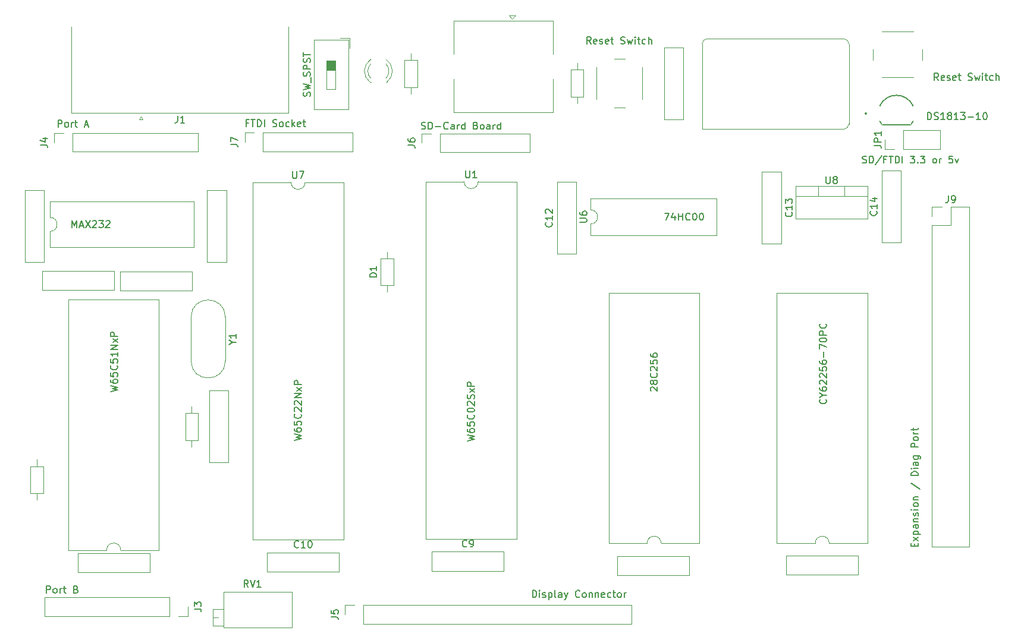
<source format=gbr>
%TF.GenerationSoftware,KiCad,Pcbnew,9.0.2*%
%TF.CreationDate,2025-06-11T12:09:56+01:00*%
%TF.ProjectId,6502pc,36353032-7063-42e6-9b69-6361645f7063,rev?*%
%TF.SameCoordinates,Original*%
%TF.FileFunction,Legend,Top*%
%TF.FilePolarity,Positive*%
%FSLAX46Y46*%
G04 Gerber Fmt 4.6, Leading zero omitted, Abs format (unit mm)*
G04 Created by KiCad (PCBNEW 9.0.2) date 2025-06-11 12:09:56*
%MOMM*%
%LPD*%
G01*
G04 APERTURE LIST*
%ADD10C,0.150000*%
%ADD11C,0.152400*%
%ADD12C,0.120000*%
G04 APERTURE END LIST*
D10*
X149963714Y-45666819D02*
X149963714Y-44666819D01*
X149963714Y-44666819D02*
X150201809Y-44666819D01*
X150201809Y-44666819D02*
X150344666Y-44714438D01*
X150344666Y-44714438D02*
X150439904Y-44809676D01*
X150439904Y-44809676D02*
X150487523Y-44904914D01*
X150487523Y-44904914D02*
X150535142Y-45095390D01*
X150535142Y-45095390D02*
X150535142Y-45238247D01*
X150535142Y-45238247D02*
X150487523Y-45428723D01*
X150487523Y-45428723D02*
X150439904Y-45523961D01*
X150439904Y-45523961D02*
X150344666Y-45619200D01*
X150344666Y-45619200D02*
X150201809Y-45666819D01*
X150201809Y-45666819D02*
X149963714Y-45666819D01*
X150916095Y-45619200D02*
X151058952Y-45666819D01*
X151058952Y-45666819D02*
X151297047Y-45666819D01*
X151297047Y-45666819D02*
X151392285Y-45619200D01*
X151392285Y-45619200D02*
X151439904Y-45571580D01*
X151439904Y-45571580D02*
X151487523Y-45476342D01*
X151487523Y-45476342D02*
X151487523Y-45381104D01*
X151487523Y-45381104D02*
X151439904Y-45285866D01*
X151439904Y-45285866D02*
X151392285Y-45238247D01*
X151392285Y-45238247D02*
X151297047Y-45190628D01*
X151297047Y-45190628D02*
X151106571Y-45143009D01*
X151106571Y-45143009D02*
X151011333Y-45095390D01*
X151011333Y-45095390D02*
X150963714Y-45047771D01*
X150963714Y-45047771D02*
X150916095Y-44952533D01*
X150916095Y-44952533D02*
X150916095Y-44857295D01*
X150916095Y-44857295D02*
X150963714Y-44762057D01*
X150963714Y-44762057D02*
X151011333Y-44714438D01*
X151011333Y-44714438D02*
X151106571Y-44666819D01*
X151106571Y-44666819D02*
X151344666Y-44666819D01*
X151344666Y-44666819D02*
X151487523Y-44714438D01*
X152439904Y-45666819D02*
X151868476Y-45666819D01*
X152154190Y-45666819D02*
X152154190Y-44666819D01*
X152154190Y-44666819D02*
X152058952Y-44809676D01*
X152058952Y-44809676D02*
X151963714Y-44904914D01*
X151963714Y-44904914D02*
X151868476Y-44952533D01*
X153011333Y-45095390D02*
X152916095Y-45047771D01*
X152916095Y-45047771D02*
X152868476Y-45000152D01*
X152868476Y-45000152D02*
X152820857Y-44904914D01*
X152820857Y-44904914D02*
X152820857Y-44857295D01*
X152820857Y-44857295D02*
X152868476Y-44762057D01*
X152868476Y-44762057D02*
X152916095Y-44714438D01*
X152916095Y-44714438D02*
X153011333Y-44666819D01*
X153011333Y-44666819D02*
X153201809Y-44666819D01*
X153201809Y-44666819D02*
X153297047Y-44714438D01*
X153297047Y-44714438D02*
X153344666Y-44762057D01*
X153344666Y-44762057D02*
X153392285Y-44857295D01*
X153392285Y-44857295D02*
X153392285Y-44904914D01*
X153392285Y-44904914D02*
X153344666Y-45000152D01*
X153344666Y-45000152D02*
X153297047Y-45047771D01*
X153297047Y-45047771D02*
X153201809Y-45095390D01*
X153201809Y-45095390D02*
X153011333Y-45095390D01*
X153011333Y-45095390D02*
X152916095Y-45143009D01*
X152916095Y-45143009D02*
X152868476Y-45190628D01*
X152868476Y-45190628D02*
X152820857Y-45285866D01*
X152820857Y-45285866D02*
X152820857Y-45476342D01*
X152820857Y-45476342D02*
X152868476Y-45571580D01*
X152868476Y-45571580D02*
X152916095Y-45619200D01*
X152916095Y-45619200D02*
X153011333Y-45666819D01*
X153011333Y-45666819D02*
X153201809Y-45666819D01*
X153201809Y-45666819D02*
X153297047Y-45619200D01*
X153297047Y-45619200D02*
X153344666Y-45571580D01*
X153344666Y-45571580D02*
X153392285Y-45476342D01*
X153392285Y-45476342D02*
X153392285Y-45285866D01*
X153392285Y-45285866D02*
X153344666Y-45190628D01*
X153344666Y-45190628D02*
X153297047Y-45143009D01*
X153297047Y-45143009D02*
X153201809Y-45095390D01*
X154344666Y-45666819D02*
X153773238Y-45666819D01*
X154058952Y-45666819D02*
X154058952Y-44666819D01*
X154058952Y-44666819D02*
X153963714Y-44809676D01*
X153963714Y-44809676D02*
X153868476Y-44904914D01*
X153868476Y-44904914D02*
X153773238Y-44952533D01*
X154678000Y-44666819D02*
X155297047Y-44666819D01*
X155297047Y-44666819D02*
X154963714Y-45047771D01*
X154963714Y-45047771D02*
X155106571Y-45047771D01*
X155106571Y-45047771D02*
X155201809Y-45095390D01*
X155201809Y-45095390D02*
X155249428Y-45143009D01*
X155249428Y-45143009D02*
X155297047Y-45238247D01*
X155297047Y-45238247D02*
X155297047Y-45476342D01*
X155297047Y-45476342D02*
X155249428Y-45571580D01*
X155249428Y-45571580D02*
X155201809Y-45619200D01*
X155201809Y-45619200D02*
X155106571Y-45666819D01*
X155106571Y-45666819D02*
X154820857Y-45666819D01*
X154820857Y-45666819D02*
X154725619Y-45619200D01*
X154725619Y-45619200D02*
X154678000Y-45571580D01*
X155725619Y-45285866D02*
X156487524Y-45285866D01*
X157487523Y-45666819D02*
X156916095Y-45666819D01*
X157201809Y-45666819D02*
X157201809Y-44666819D01*
X157201809Y-44666819D02*
X157106571Y-44809676D01*
X157106571Y-44809676D02*
X157011333Y-44904914D01*
X157011333Y-44904914D02*
X156916095Y-44952533D01*
X158106571Y-44666819D02*
X158201809Y-44666819D01*
X158201809Y-44666819D02*
X158297047Y-44714438D01*
X158297047Y-44714438D02*
X158344666Y-44762057D01*
X158344666Y-44762057D02*
X158392285Y-44857295D01*
X158392285Y-44857295D02*
X158439904Y-45047771D01*
X158439904Y-45047771D02*
X158439904Y-45285866D01*
X158439904Y-45285866D02*
X158392285Y-45476342D01*
X158392285Y-45476342D02*
X158344666Y-45571580D01*
X158344666Y-45571580D02*
X158297047Y-45619200D01*
X158297047Y-45619200D02*
X158201809Y-45666819D01*
X158201809Y-45666819D02*
X158106571Y-45666819D01*
X158106571Y-45666819D02*
X158011333Y-45619200D01*
X158011333Y-45619200D02*
X157963714Y-45571580D01*
X157963714Y-45571580D02*
X157916095Y-45476342D01*
X157916095Y-45476342D02*
X157868476Y-45285866D01*
X157868476Y-45285866D02*
X157868476Y-45047771D01*
X157868476Y-45047771D02*
X157916095Y-44857295D01*
X157916095Y-44857295D02*
X157963714Y-44762057D01*
X157963714Y-44762057D02*
X158011333Y-44714438D01*
X158011333Y-44714438D02*
X158106571Y-44666819D01*
X151525789Y-40078819D02*
X151192456Y-39602628D01*
X150954361Y-40078819D02*
X150954361Y-39078819D01*
X150954361Y-39078819D02*
X151335313Y-39078819D01*
X151335313Y-39078819D02*
X151430551Y-39126438D01*
X151430551Y-39126438D02*
X151478170Y-39174057D01*
X151478170Y-39174057D02*
X151525789Y-39269295D01*
X151525789Y-39269295D02*
X151525789Y-39412152D01*
X151525789Y-39412152D02*
X151478170Y-39507390D01*
X151478170Y-39507390D02*
X151430551Y-39555009D01*
X151430551Y-39555009D02*
X151335313Y-39602628D01*
X151335313Y-39602628D02*
X150954361Y-39602628D01*
X152335313Y-40031200D02*
X152240075Y-40078819D01*
X152240075Y-40078819D02*
X152049599Y-40078819D01*
X152049599Y-40078819D02*
X151954361Y-40031200D01*
X151954361Y-40031200D02*
X151906742Y-39935961D01*
X151906742Y-39935961D02*
X151906742Y-39555009D01*
X151906742Y-39555009D02*
X151954361Y-39459771D01*
X151954361Y-39459771D02*
X152049599Y-39412152D01*
X152049599Y-39412152D02*
X152240075Y-39412152D01*
X152240075Y-39412152D02*
X152335313Y-39459771D01*
X152335313Y-39459771D02*
X152382932Y-39555009D01*
X152382932Y-39555009D02*
X152382932Y-39650247D01*
X152382932Y-39650247D02*
X151906742Y-39745485D01*
X152763885Y-40031200D02*
X152859123Y-40078819D01*
X152859123Y-40078819D02*
X153049599Y-40078819D01*
X153049599Y-40078819D02*
X153144837Y-40031200D01*
X153144837Y-40031200D02*
X153192456Y-39935961D01*
X153192456Y-39935961D02*
X153192456Y-39888342D01*
X153192456Y-39888342D02*
X153144837Y-39793104D01*
X153144837Y-39793104D02*
X153049599Y-39745485D01*
X153049599Y-39745485D02*
X152906742Y-39745485D01*
X152906742Y-39745485D02*
X152811504Y-39697866D01*
X152811504Y-39697866D02*
X152763885Y-39602628D01*
X152763885Y-39602628D02*
X152763885Y-39555009D01*
X152763885Y-39555009D02*
X152811504Y-39459771D01*
X152811504Y-39459771D02*
X152906742Y-39412152D01*
X152906742Y-39412152D02*
X153049599Y-39412152D01*
X153049599Y-39412152D02*
X153144837Y-39459771D01*
X154001980Y-40031200D02*
X153906742Y-40078819D01*
X153906742Y-40078819D02*
X153716266Y-40078819D01*
X153716266Y-40078819D02*
X153621028Y-40031200D01*
X153621028Y-40031200D02*
X153573409Y-39935961D01*
X153573409Y-39935961D02*
X153573409Y-39555009D01*
X153573409Y-39555009D02*
X153621028Y-39459771D01*
X153621028Y-39459771D02*
X153716266Y-39412152D01*
X153716266Y-39412152D02*
X153906742Y-39412152D01*
X153906742Y-39412152D02*
X154001980Y-39459771D01*
X154001980Y-39459771D02*
X154049599Y-39555009D01*
X154049599Y-39555009D02*
X154049599Y-39650247D01*
X154049599Y-39650247D02*
X153573409Y-39745485D01*
X154335314Y-39412152D02*
X154716266Y-39412152D01*
X154478171Y-39078819D02*
X154478171Y-39935961D01*
X154478171Y-39935961D02*
X154525790Y-40031200D01*
X154525790Y-40031200D02*
X154621028Y-40078819D01*
X154621028Y-40078819D02*
X154716266Y-40078819D01*
X155763886Y-40031200D02*
X155906743Y-40078819D01*
X155906743Y-40078819D02*
X156144838Y-40078819D01*
X156144838Y-40078819D02*
X156240076Y-40031200D01*
X156240076Y-40031200D02*
X156287695Y-39983580D01*
X156287695Y-39983580D02*
X156335314Y-39888342D01*
X156335314Y-39888342D02*
X156335314Y-39793104D01*
X156335314Y-39793104D02*
X156287695Y-39697866D01*
X156287695Y-39697866D02*
X156240076Y-39650247D01*
X156240076Y-39650247D02*
X156144838Y-39602628D01*
X156144838Y-39602628D02*
X155954362Y-39555009D01*
X155954362Y-39555009D02*
X155859124Y-39507390D01*
X155859124Y-39507390D02*
X155811505Y-39459771D01*
X155811505Y-39459771D02*
X155763886Y-39364533D01*
X155763886Y-39364533D02*
X155763886Y-39269295D01*
X155763886Y-39269295D02*
X155811505Y-39174057D01*
X155811505Y-39174057D02*
X155859124Y-39126438D01*
X155859124Y-39126438D02*
X155954362Y-39078819D01*
X155954362Y-39078819D02*
X156192457Y-39078819D01*
X156192457Y-39078819D02*
X156335314Y-39126438D01*
X156668648Y-39412152D02*
X156859124Y-40078819D01*
X156859124Y-40078819D02*
X157049600Y-39602628D01*
X157049600Y-39602628D02*
X157240076Y-40078819D01*
X157240076Y-40078819D02*
X157430552Y-39412152D01*
X157811505Y-40078819D02*
X157811505Y-39412152D01*
X157811505Y-39078819D02*
X157763886Y-39126438D01*
X157763886Y-39126438D02*
X157811505Y-39174057D01*
X157811505Y-39174057D02*
X157859124Y-39126438D01*
X157859124Y-39126438D02*
X157811505Y-39078819D01*
X157811505Y-39078819D02*
X157811505Y-39174057D01*
X158144838Y-39412152D02*
X158525790Y-39412152D01*
X158287695Y-39078819D02*
X158287695Y-39935961D01*
X158287695Y-39935961D02*
X158335314Y-40031200D01*
X158335314Y-40031200D02*
X158430552Y-40078819D01*
X158430552Y-40078819D02*
X158525790Y-40078819D01*
X159287695Y-40031200D02*
X159192457Y-40078819D01*
X159192457Y-40078819D02*
X159001981Y-40078819D01*
X159001981Y-40078819D02*
X158906743Y-40031200D01*
X158906743Y-40031200D02*
X158859124Y-39983580D01*
X158859124Y-39983580D02*
X158811505Y-39888342D01*
X158811505Y-39888342D02*
X158811505Y-39602628D01*
X158811505Y-39602628D02*
X158859124Y-39507390D01*
X158859124Y-39507390D02*
X158906743Y-39459771D01*
X158906743Y-39459771D02*
X159001981Y-39412152D01*
X159001981Y-39412152D02*
X159192457Y-39412152D01*
X159192457Y-39412152D02*
X159287695Y-39459771D01*
X159716267Y-40078819D02*
X159716267Y-39078819D01*
X160144838Y-40078819D02*
X160144838Y-39555009D01*
X160144838Y-39555009D02*
X160097219Y-39459771D01*
X160097219Y-39459771D02*
X160001981Y-39412152D01*
X160001981Y-39412152D02*
X159859124Y-39412152D01*
X159859124Y-39412152D02*
X159763886Y-39459771D01*
X159763886Y-39459771D02*
X159716267Y-39507390D01*
X43192266Y-45143519D02*
X43192266Y-45857804D01*
X43192266Y-45857804D02*
X43144647Y-46000661D01*
X43144647Y-46000661D02*
X43049409Y-46095900D01*
X43049409Y-46095900D02*
X42906552Y-46143519D01*
X42906552Y-46143519D02*
X42811314Y-46143519D01*
X44192266Y-46143519D02*
X43620838Y-46143519D01*
X43906552Y-46143519D02*
X43906552Y-45143519D01*
X43906552Y-45143519D02*
X43811314Y-45286376D01*
X43811314Y-45286376D02*
X43716076Y-45381614D01*
X43716076Y-45381614D02*
X43620838Y-45429233D01*
X75983619Y-49304533D02*
X76697904Y-49304533D01*
X76697904Y-49304533D02*
X76840761Y-49352152D01*
X76840761Y-49352152D02*
X76936000Y-49447390D01*
X76936000Y-49447390D02*
X76983619Y-49590247D01*
X76983619Y-49590247D02*
X76983619Y-49685485D01*
X75983619Y-48399771D02*
X75983619Y-48590247D01*
X75983619Y-48590247D02*
X76031238Y-48685485D01*
X76031238Y-48685485D02*
X76078857Y-48733104D01*
X76078857Y-48733104D02*
X76221714Y-48828342D01*
X76221714Y-48828342D02*
X76412190Y-48875961D01*
X76412190Y-48875961D02*
X76793142Y-48875961D01*
X76793142Y-48875961D02*
X76888380Y-48828342D01*
X76888380Y-48828342D02*
X76936000Y-48780723D01*
X76936000Y-48780723D02*
X76983619Y-48685485D01*
X76983619Y-48685485D02*
X76983619Y-48495009D01*
X76983619Y-48495009D02*
X76936000Y-48399771D01*
X76936000Y-48399771D02*
X76888380Y-48352152D01*
X76888380Y-48352152D02*
X76793142Y-48304533D01*
X76793142Y-48304533D02*
X76555047Y-48304533D01*
X76555047Y-48304533D02*
X76459809Y-48352152D01*
X76459809Y-48352152D02*
X76412190Y-48399771D01*
X76412190Y-48399771D02*
X76364571Y-48495009D01*
X76364571Y-48495009D02*
X76364571Y-48685485D01*
X76364571Y-48685485D02*
X76412190Y-48780723D01*
X76412190Y-48780723D02*
X76459809Y-48828342D01*
X76459809Y-48828342D02*
X76555047Y-48875961D01*
X77899333Y-46990800D02*
X78042190Y-47038419D01*
X78042190Y-47038419D02*
X78280285Y-47038419D01*
X78280285Y-47038419D02*
X78375523Y-46990800D01*
X78375523Y-46990800D02*
X78423142Y-46943180D01*
X78423142Y-46943180D02*
X78470761Y-46847942D01*
X78470761Y-46847942D02*
X78470761Y-46752704D01*
X78470761Y-46752704D02*
X78423142Y-46657466D01*
X78423142Y-46657466D02*
X78375523Y-46609847D01*
X78375523Y-46609847D02*
X78280285Y-46562228D01*
X78280285Y-46562228D02*
X78089809Y-46514609D01*
X78089809Y-46514609D02*
X77994571Y-46466990D01*
X77994571Y-46466990D02*
X77946952Y-46419371D01*
X77946952Y-46419371D02*
X77899333Y-46324133D01*
X77899333Y-46324133D02*
X77899333Y-46228895D01*
X77899333Y-46228895D02*
X77946952Y-46133657D01*
X77946952Y-46133657D02*
X77994571Y-46086038D01*
X77994571Y-46086038D02*
X78089809Y-46038419D01*
X78089809Y-46038419D02*
X78327904Y-46038419D01*
X78327904Y-46038419D02*
X78470761Y-46086038D01*
X78899333Y-47038419D02*
X78899333Y-46038419D01*
X78899333Y-46038419D02*
X79137428Y-46038419D01*
X79137428Y-46038419D02*
X79280285Y-46086038D01*
X79280285Y-46086038D02*
X79375523Y-46181276D01*
X79375523Y-46181276D02*
X79423142Y-46276514D01*
X79423142Y-46276514D02*
X79470761Y-46466990D01*
X79470761Y-46466990D02*
X79470761Y-46609847D01*
X79470761Y-46609847D02*
X79423142Y-46800323D01*
X79423142Y-46800323D02*
X79375523Y-46895561D01*
X79375523Y-46895561D02*
X79280285Y-46990800D01*
X79280285Y-46990800D02*
X79137428Y-47038419D01*
X79137428Y-47038419D02*
X78899333Y-47038419D01*
X79899333Y-46657466D02*
X80661238Y-46657466D01*
X81708856Y-46943180D02*
X81661237Y-46990800D01*
X81661237Y-46990800D02*
X81518380Y-47038419D01*
X81518380Y-47038419D02*
X81423142Y-47038419D01*
X81423142Y-47038419D02*
X81280285Y-46990800D01*
X81280285Y-46990800D02*
X81185047Y-46895561D01*
X81185047Y-46895561D02*
X81137428Y-46800323D01*
X81137428Y-46800323D02*
X81089809Y-46609847D01*
X81089809Y-46609847D02*
X81089809Y-46466990D01*
X81089809Y-46466990D02*
X81137428Y-46276514D01*
X81137428Y-46276514D02*
X81185047Y-46181276D01*
X81185047Y-46181276D02*
X81280285Y-46086038D01*
X81280285Y-46086038D02*
X81423142Y-46038419D01*
X81423142Y-46038419D02*
X81518380Y-46038419D01*
X81518380Y-46038419D02*
X81661237Y-46086038D01*
X81661237Y-46086038D02*
X81708856Y-46133657D01*
X82565999Y-47038419D02*
X82565999Y-46514609D01*
X82565999Y-46514609D02*
X82518380Y-46419371D01*
X82518380Y-46419371D02*
X82423142Y-46371752D01*
X82423142Y-46371752D02*
X82232666Y-46371752D01*
X82232666Y-46371752D02*
X82137428Y-46419371D01*
X82565999Y-46990800D02*
X82470761Y-47038419D01*
X82470761Y-47038419D02*
X82232666Y-47038419D01*
X82232666Y-47038419D02*
X82137428Y-46990800D01*
X82137428Y-46990800D02*
X82089809Y-46895561D01*
X82089809Y-46895561D02*
X82089809Y-46800323D01*
X82089809Y-46800323D02*
X82137428Y-46705085D01*
X82137428Y-46705085D02*
X82232666Y-46657466D01*
X82232666Y-46657466D02*
X82470761Y-46657466D01*
X82470761Y-46657466D02*
X82565999Y-46609847D01*
X83042190Y-47038419D02*
X83042190Y-46371752D01*
X83042190Y-46562228D02*
X83089809Y-46466990D01*
X83089809Y-46466990D02*
X83137428Y-46419371D01*
X83137428Y-46419371D02*
X83232666Y-46371752D01*
X83232666Y-46371752D02*
X83327904Y-46371752D01*
X84089809Y-47038419D02*
X84089809Y-46038419D01*
X84089809Y-46990800D02*
X83994571Y-47038419D01*
X83994571Y-47038419D02*
X83804095Y-47038419D01*
X83804095Y-47038419D02*
X83708857Y-46990800D01*
X83708857Y-46990800D02*
X83661238Y-46943180D01*
X83661238Y-46943180D02*
X83613619Y-46847942D01*
X83613619Y-46847942D02*
X83613619Y-46562228D01*
X83613619Y-46562228D02*
X83661238Y-46466990D01*
X83661238Y-46466990D02*
X83708857Y-46419371D01*
X83708857Y-46419371D02*
X83804095Y-46371752D01*
X83804095Y-46371752D02*
X83994571Y-46371752D01*
X83994571Y-46371752D02*
X84089809Y-46419371D01*
X85661238Y-46514609D02*
X85804095Y-46562228D01*
X85804095Y-46562228D02*
X85851714Y-46609847D01*
X85851714Y-46609847D02*
X85899333Y-46705085D01*
X85899333Y-46705085D02*
X85899333Y-46847942D01*
X85899333Y-46847942D02*
X85851714Y-46943180D01*
X85851714Y-46943180D02*
X85804095Y-46990800D01*
X85804095Y-46990800D02*
X85708857Y-47038419D01*
X85708857Y-47038419D02*
X85327905Y-47038419D01*
X85327905Y-47038419D02*
X85327905Y-46038419D01*
X85327905Y-46038419D02*
X85661238Y-46038419D01*
X85661238Y-46038419D02*
X85756476Y-46086038D01*
X85756476Y-46086038D02*
X85804095Y-46133657D01*
X85804095Y-46133657D02*
X85851714Y-46228895D01*
X85851714Y-46228895D02*
X85851714Y-46324133D01*
X85851714Y-46324133D02*
X85804095Y-46419371D01*
X85804095Y-46419371D02*
X85756476Y-46466990D01*
X85756476Y-46466990D02*
X85661238Y-46514609D01*
X85661238Y-46514609D02*
X85327905Y-46514609D01*
X86470762Y-47038419D02*
X86375524Y-46990800D01*
X86375524Y-46990800D02*
X86327905Y-46943180D01*
X86327905Y-46943180D02*
X86280286Y-46847942D01*
X86280286Y-46847942D02*
X86280286Y-46562228D01*
X86280286Y-46562228D02*
X86327905Y-46466990D01*
X86327905Y-46466990D02*
X86375524Y-46419371D01*
X86375524Y-46419371D02*
X86470762Y-46371752D01*
X86470762Y-46371752D02*
X86613619Y-46371752D01*
X86613619Y-46371752D02*
X86708857Y-46419371D01*
X86708857Y-46419371D02*
X86756476Y-46466990D01*
X86756476Y-46466990D02*
X86804095Y-46562228D01*
X86804095Y-46562228D02*
X86804095Y-46847942D01*
X86804095Y-46847942D02*
X86756476Y-46943180D01*
X86756476Y-46943180D02*
X86708857Y-46990800D01*
X86708857Y-46990800D02*
X86613619Y-47038419D01*
X86613619Y-47038419D02*
X86470762Y-47038419D01*
X87661238Y-47038419D02*
X87661238Y-46514609D01*
X87661238Y-46514609D02*
X87613619Y-46419371D01*
X87613619Y-46419371D02*
X87518381Y-46371752D01*
X87518381Y-46371752D02*
X87327905Y-46371752D01*
X87327905Y-46371752D02*
X87232667Y-46419371D01*
X87661238Y-46990800D02*
X87566000Y-47038419D01*
X87566000Y-47038419D02*
X87327905Y-47038419D01*
X87327905Y-47038419D02*
X87232667Y-46990800D01*
X87232667Y-46990800D02*
X87185048Y-46895561D01*
X87185048Y-46895561D02*
X87185048Y-46800323D01*
X87185048Y-46800323D02*
X87232667Y-46705085D01*
X87232667Y-46705085D02*
X87327905Y-46657466D01*
X87327905Y-46657466D02*
X87566000Y-46657466D01*
X87566000Y-46657466D02*
X87661238Y-46609847D01*
X88137429Y-47038419D02*
X88137429Y-46371752D01*
X88137429Y-46562228D02*
X88185048Y-46466990D01*
X88185048Y-46466990D02*
X88232667Y-46419371D01*
X88232667Y-46419371D02*
X88327905Y-46371752D01*
X88327905Y-46371752D02*
X88423143Y-46371752D01*
X89185048Y-47038419D02*
X89185048Y-46038419D01*
X89185048Y-46990800D02*
X89089810Y-47038419D01*
X89089810Y-47038419D02*
X88899334Y-47038419D01*
X88899334Y-47038419D02*
X88804096Y-46990800D01*
X88804096Y-46990800D02*
X88756477Y-46943180D01*
X88756477Y-46943180D02*
X88708858Y-46847942D01*
X88708858Y-46847942D02*
X88708858Y-46562228D01*
X88708858Y-46562228D02*
X88756477Y-46466990D01*
X88756477Y-46466990D02*
X88804096Y-46419371D01*
X88804096Y-46419371D02*
X88899334Y-46371752D01*
X88899334Y-46371752D02*
X89089810Y-46371752D01*
X89089810Y-46371752D02*
X89185048Y-46419371D01*
X142690380Y-58707257D02*
X142738000Y-58754876D01*
X142738000Y-58754876D02*
X142785619Y-58897733D01*
X142785619Y-58897733D02*
X142785619Y-58992971D01*
X142785619Y-58992971D02*
X142738000Y-59135828D01*
X142738000Y-59135828D02*
X142642761Y-59231066D01*
X142642761Y-59231066D02*
X142547523Y-59278685D01*
X142547523Y-59278685D02*
X142357047Y-59326304D01*
X142357047Y-59326304D02*
X142214190Y-59326304D01*
X142214190Y-59326304D02*
X142023714Y-59278685D01*
X142023714Y-59278685D02*
X141928476Y-59231066D01*
X141928476Y-59231066D02*
X141833238Y-59135828D01*
X141833238Y-59135828D02*
X141785619Y-58992971D01*
X141785619Y-58992971D02*
X141785619Y-58897733D01*
X141785619Y-58897733D02*
X141833238Y-58754876D01*
X141833238Y-58754876D02*
X141880857Y-58707257D01*
X142785619Y-57754876D02*
X142785619Y-58326304D01*
X142785619Y-58040590D02*
X141785619Y-58040590D01*
X141785619Y-58040590D02*
X141928476Y-58135828D01*
X141928476Y-58135828D02*
X142023714Y-58231066D01*
X142023714Y-58231066D02*
X142071333Y-58326304D01*
X142118952Y-56897733D02*
X142785619Y-56897733D01*
X141738000Y-57135828D02*
X142452285Y-57373923D01*
X142452285Y-57373923D02*
X142452285Y-56754876D01*
X71534419Y-68098894D02*
X70534419Y-68098894D01*
X70534419Y-68098894D02*
X70534419Y-67860799D01*
X70534419Y-67860799D02*
X70582038Y-67717942D01*
X70582038Y-67717942D02*
X70677276Y-67622704D01*
X70677276Y-67622704D02*
X70772514Y-67575085D01*
X70772514Y-67575085D02*
X70962990Y-67527466D01*
X70962990Y-67527466D02*
X71105847Y-67527466D01*
X71105847Y-67527466D02*
X71296323Y-67575085D01*
X71296323Y-67575085D02*
X71391561Y-67622704D01*
X71391561Y-67622704D02*
X71486800Y-67717942D01*
X71486800Y-67717942D02*
X71534419Y-67860799D01*
X71534419Y-67860799D02*
X71534419Y-68098894D01*
X71534419Y-66575085D02*
X71534419Y-67146513D01*
X71534419Y-66860799D02*
X70534419Y-66860799D01*
X70534419Y-66860799D02*
X70677276Y-66956037D01*
X70677276Y-66956037D02*
X70772514Y-67051275D01*
X70772514Y-67051275D02*
X70820133Y-67146513D01*
X110598857Y-84326075D02*
X110551238Y-84278456D01*
X110551238Y-84278456D02*
X110503619Y-84183218D01*
X110503619Y-84183218D02*
X110503619Y-83945123D01*
X110503619Y-83945123D02*
X110551238Y-83849885D01*
X110551238Y-83849885D02*
X110598857Y-83802266D01*
X110598857Y-83802266D02*
X110694095Y-83754647D01*
X110694095Y-83754647D02*
X110789333Y-83754647D01*
X110789333Y-83754647D02*
X110932190Y-83802266D01*
X110932190Y-83802266D02*
X111503619Y-84373694D01*
X111503619Y-84373694D02*
X111503619Y-83754647D01*
X110932190Y-83183218D02*
X110884571Y-83278456D01*
X110884571Y-83278456D02*
X110836952Y-83326075D01*
X110836952Y-83326075D02*
X110741714Y-83373694D01*
X110741714Y-83373694D02*
X110694095Y-83373694D01*
X110694095Y-83373694D02*
X110598857Y-83326075D01*
X110598857Y-83326075D02*
X110551238Y-83278456D01*
X110551238Y-83278456D02*
X110503619Y-83183218D01*
X110503619Y-83183218D02*
X110503619Y-82992742D01*
X110503619Y-82992742D02*
X110551238Y-82897504D01*
X110551238Y-82897504D02*
X110598857Y-82849885D01*
X110598857Y-82849885D02*
X110694095Y-82802266D01*
X110694095Y-82802266D02*
X110741714Y-82802266D01*
X110741714Y-82802266D02*
X110836952Y-82849885D01*
X110836952Y-82849885D02*
X110884571Y-82897504D01*
X110884571Y-82897504D02*
X110932190Y-82992742D01*
X110932190Y-82992742D02*
X110932190Y-83183218D01*
X110932190Y-83183218D02*
X110979809Y-83278456D01*
X110979809Y-83278456D02*
X111027428Y-83326075D01*
X111027428Y-83326075D02*
X111122666Y-83373694D01*
X111122666Y-83373694D02*
X111313142Y-83373694D01*
X111313142Y-83373694D02*
X111408380Y-83326075D01*
X111408380Y-83326075D02*
X111456000Y-83278456D01*
X111456000Y-83278456D02*
X111503619Y-83183218D01*
X111503619Y-83183218D02*
X111503619Y-82992742D01*
X111503619Y-82992742D02*
X111456000Y-82897504D01*
X111456000Y-82897504D02*
X111408380Y-82849885D01*
X111408380Y-82849885D02*
X111313142Y-82802266D01*
X111313142Y-82802266D02*
X111122666Y-82802266D01*
X111122666Y-82802266D02*
X111027428Y-82849885D01*
X111027428Y-82849885D02*
X110979809Y-82897504D01*
X110979809Y-82897504D02*
X110932190Y-82992742D01*
X111408380Y-81802266D02*
X111456000Y-81849885D01*
X111456000Y-81849885D02*
X111503619Y-81992742D01*
X111503619Y-81992742D02*
X111503619Y-82087980D01*
X111503619Y-82087980D02*
X111456000Y-82230837D01*
X111456000Y-82230837D02*
X111360761Y-82326075D01*
X111360761Y-82326075D02*
X111265523Y-82373694D01*
X111265523Y-82373694D02*
X111075047Y-82421313D01*
X111075047Y-82421313D02*
X110932190Y-82421313D01*
X110932190Y-82421313D02*
X110741714Y-82373694D01*
X110741714Y-82373694D02*
X110646476Y-82326075D01*
X110646476Y-82326075D02*
X110551238Y-82230837D01*
X110551238Y-82230837D02*
X110503619Y-82087980D01*
X110503619Y-82087980D02*
X110503619Y-81992742D01*
X110503619Y-81992742D02*
X110551238Y-81849885D01*
X110551238Y-81849885D02*
X110598857Y-81802266D01*
X110598857Y-81421313D02*
X110551238Y-81373694D01*
X110551238Y-81373694D02*
X110503619Y-81278456D01*
X110503619Y-81278456D02*
X110503619Y-81040361D01*
X110503619Y-81040361D02*
X110551238Y-80945123D01*
X110551238Y-80945123D02*
X110598857Y-80897504D01*
X110598857Y-80897504D02*
X110694095Y-80849885D01*
X110694095Y-80849885D02*
X110789333Y-80849885D01*
X110789333Y-80849885D02*
X110932190Y-80897504D01*
X110932190Y-80897504D02*
X111503619Y-81468932D01*
X111503619Y-81468932D02*
X111503619Y-80849885D01*
X110503619Y-79945123D02*
X110503619Y-80421313D01*
X110503619Y-80421313D02*
X110979809Y-80468932D01*
X110979809Y-80468932D02*
X110932190Y-80421313D01*
X110932190Y-80421313D02*
X110884571Y-80326075D01*
X110884571Y-80326075D02*
X110884571Y-80087980D01*
X110884571Y-80087980D02*
X110932190Y-79992742D01*
X110932190Y-79992742D02*
X110979809Y-79945123D01*
X110979809Y-79945123D02*
X111075047Y-79897504D01*
X111075047Y-79897504D02*
X111313142Y-79897504D01*
X111313142Y-79897504D02*
X111408380Y-79945123D01*
X111408380Y-79945123D02*
X111456000Y-79992742D01*
X111456000Y-79992742D02*
X111503619Y-80087980D01*
X111503619Y-80087980D02*
X111503619Y-80326075D01*
X111503619Y-80326075D02*
X111456000Y-80421313D01*
X111456000Y-80421313D02*
X111408380Y-80468932D01*
X110503619Y-79040361D02*
X110503619Y-79230837D01*
X110503619Y-79230837D02*
X110551238Y-79326075D01*
X110551238Y-79326075D02*
X110598857Y-79373694D01*
X110598857Y-79373694D02*
X110741714Y-79468932D01*
X110741714Y-79468932D02*
X110932190Y-79516551D01*
X110932190Y-79516551D02*
X111313142Y-79516551D01*
X111313142Y-79516551D02*
X111408380Y-79468932D01*
X111408380Y-79468932D02*
X111456000Y-79421313D01*
X111456000Y-79421313D02*
X111503619Y-79326075D01*
X111503619Y-79326075D02*
X111503619Y-79135599D01*
X111503619Y-79135599D02*
X111456000Y-79040361D01*
X111456000Y-79040361D02*
X111408380Y-78992742D01*
X111408380Y-78992742D02*
X111313142Y-78945123D01*
X111313142Y-78945123D02*
X111075047Y-78945123D01*
X111075047Y-78945123D02*
X110979809Y-78992742D01*
X110979809Y-78992742D02*
X110932190Y-79040361D01*
X110932190Y-79040361D02*
X110884571Y-79135599D01*
X110884571Y-79135599D02*
X110884571Y-79326075D01*
X110884571Y-79326075D02*
X110932190Y-79421313D01*
X110932190Y-79421313D02*
X110979809Y-79468932D01*
X110979809Y-79468932D02*
X111075047Y-79516551D01*
X142362819Y-49347333D02*
X143077104Y-49347333D01*
X143077104Y-49347333D02*
X143219961Y-49394952D01*
X143219961Y-49394952D02*
X143315200Y-49490190D01*
X143315200Y-49490190D02*
X143362819Y-49633047D01*
X143362819Y-49633047D02*
X143362819Y-49728285D01*
X143362819Y-48871142D02*
X142362819Y-48871142D01*
X142362819Y-48871142D02*
X142362819Y-48490190D01*
X142362819Y-48490190D02*
X142410438Y-48394952D01*
X142410438Y-48394952D02*
X142458057Y-48347333D01*
X142458057Y-48347333D02*
X142553295Y-48299714D01*
X142553295Y-48299714D02*
X142696152Y-48299714D01*
X142696152Y-48299714D02*
X142791390Y-48347333D01*
X142791390Y-48347333D02*
X142839009Y-48394952D01*
X142839009Y-48394952D02*
X142886628Y-48490190D01*
X142886628Y-48490190D02*
X142886628Y-48871142D01*
X143362819Y-47347333D02*
X143362819Y-47918761D01*
X143362819Y-47633047D02*
X142362819Y-47633047D01*
X142362819Y-47633047D02*
X142505676Y-47728285D01*
X142505676Y-47728285D02*
X142600914Y-47823523D01*
X142600914Y-47823523D02*
X142648533Y-47918761D01*
X140713676Y-51816800D02*
X140856533Y-51864419D01*
X140856533Y-51864419D02*
X141094628Y-51864419D01*
X141094628Y-51864419D02*
X141189866Y-51816800D01*
X141189866Y-51816800D02*
X141237485Y-51769180D01*
X141237485Y-51769180D02*
X141285104Y-51673942D01*
X141285104Y-51673942D02*
X141285104Y-51578704D01*
X141285104Y-51578704D02*
X141237485Y-51483466D01*
X141237485Y-51483466D02*
X141189866Y-51435847D01*
X141189866Y-51435847D02*
X141094628Y-51388228D01*
X141094628Y-51388228D02*
X140904152Y-51340609D01*
X140904152Y-51340609D02*
X140808914Y-51292990D01*
X140808914Y-51292990D02*
X140761295Y-51245371D01*
X140761295Y-51245371D02*
X140713676Y-51150133D01*
X140713676Y-51150133D02*
X140713676Y-51054895D01*
X140713676Y-51054895D02*
X140761295Y-50959657D01*
X140761295Y-50959657D02*
X140808914Y-50912038D01*
X140808914Y-50912038D02*
X140904152Y-50864419D01*
X140904152Y-50864419D02*
X141142247Y-50864419D01*
X141142247Y-50864419D02*
X141285104Y-50912038D01*
X141713676Y-51864419D02*
X141713676Y-50864419D01*
X141713676Y-50864419D02*
X141951771Y-50864419D01*
X141951771Y-50864419D02*
X142094628Y-50912038D01*
X142094628Y-50912038D02*
X142189866Y-51007276D01*
X142189866Y-51007276D02*
X142237485Y-51102514D01*
X142237485Y-51102514D02*
X142285104Y-51292990D01*
X142285104Y-51292990D02*
X142285104Y-51435847D01*
X142285104Y-51435847D02*
X142237485Y-51626323D01*
X142237485Y-51626323D02*
X142189866Y-51721561D01*
X142189866Y-51721561D02*
X142094628Y-51816800D01*
X142094628Y-51816800D02*
X141951771Y-51864419D01*
X141951771Y-51864419D02*
X141713676Y-51864419D01*
X143427961Y-50816800D02*
X142570819Y-52102514D01*
X144094628Y-51340609D02*
X143761295Y-51340609D01*
X143761295Y-51864419D02*
X143761295Y-50864419D01*
X143761295Y-50864419D02*
X144237485Y-50864419D01*
X144475581Y-50864419D02*
X145047009Y-50864419D01*
X144761295Y-51864419D02*
X144761295Y-50864419D01*
X145380343Y-51864419D02*
X145380343Y-50864419D01*
X145380343Y-50864419D02*
X145618438Y-50864419D01*
X145618438Y-50864419D02*
X145761295Y-50912038D01*
X145761295Y-50912038D02*
X145856533Y-51007276D01*
X145856533Y-51007276D02*
X145904152Y-51102514D01*
X145904152Y-51102514D02*
X145951771Y-51292990D01*
X145951771Y-51292990D02*
X145951771Y-51435847D01*
X145951771Y-51435847D02*
X145904152Y-51626323D01*
X145904152Y-51626323D02*
X145856533Y-51721561D01*
X145856533Y-51721561D02*
X145761295Y-51816800D01*
X145761295Y-51816800D02*
X145618438Y-51864419D01*
X145618438Y-51864419D02*
X145380343Y-51864419D01*
X146380343Y-51864419D02*
X146380343Y-50864419D01*
X147523200Y-50864419D02*
X148142247Y-50864419D01*
X148142247Y-50864419D02*
X147808914Y-51245371D01*
X147808914Y-51245371D02*
X147951771Y-51245371D01*
X147951771Y-51245371D02*
X148047009Y-51292990D01*
X148047009Y-51292990D02*
X148094628Y-51340609D01*
X148094628Y-51340609D02*
X148142247Y-51435847D01*
X148142247Y-51435847D02*
X148142247Y-51673942D01*
X148142247Y-51673942D02*
X148094628Y-51769180D01*
X148094628Y-51769180D02*
X148047009Y-51816800D01*
X148047009Y-51816800D02*
X147951771Y-51864419D01*
X147951771Y-51864419D02*
X147666057Y-51864419D01*
X147666057Y-51864419D02*
X147570819Y-51816800D01*
X147570819Y-51816800D02*
X147523200Y-51769180D01*
X148570819Y-51769180D02*
X148618438Y-51816800D01*
X148618438Y-51816800D02*
X148570819Y-51864419D01*
X148570819Y-51864419D02*
X148523200Y-51816800D01*
X148523200Y-51816800D02*
X148570819Y-51769180D01*
X148570819Y-51769180D02*
X148570819Y-51864419D01*
X148951771Y-50864419D02*
X149570818Y-50864419D01*
X149570818Y-50864419D02*
X149237485Y-51245371D01*
X149237485Y-51245371D02*
X149380342Y-51245371D01*
X149380342Y-51245371D02*
X149475580Y-51292990D01*
X149475580Y-51292990D02*
X149523199Y-51340609D01*
X149523199Y-51340609D02*
X149570818Y-51435847D01*
X149570818Y-51435847D02*
X149570818Y-51673942D01*
X149570818Y-51673942D02*
X149523199Y-51769180D01*
X149523199Y-51769180D02*
X149475580Y-51816800D01*
X149475580Y-51816800D02*
X149380342Y-51864419D01*
X149380342Y-51864419D02*
X149094628Y-51864419D01*
X149094628Y-51864419D02*
X148999390Y-51816800D01*
X148999390Y-51816800D02*
X148951771Y-51769180D01*
X150904152Y-51864419D02*
X150808914Y-51816800D01*
X150808914Y-51816800D02*
X150761295Y-51769180D01*
X150761295Y-51769180D02*
X150713676Y-51673942D01*
X150713676Y-51673942D02*
X150713676Y-51388228D01*
X150713676Y-51388228D02*
X150761295Y-51292990D01*
X150761295Y-51292990D02*
X150808914Y-51245371D01*
X150808914Y-51245371D02*
X150904152Y-51197752D01*
X150904152Y-51197752D02*
X151047009Y-51197752D01*
X151047009Y-51197752D02*
X151142247Y-51245371D01*
X151142247Y-51245371D02*
X151189866Y-51292990D01*
X151189866Y-51292990D02*
X151237485Y-51388228D01*
X151237485Y-51388228D02*
X151237485Y-51673942D01*
X151237485Y-51673942D02*
X151189866Y-51769180D01*
X151189866Y-51769180D02*
X151142247Y-51816800D01*
X151142247Y-51816800D02*
X151047009Y-51864419D01*
X151047009Y-51864419D02*
X150904152Y-51864419D01*
X151666057Y-51864419D02*
X151666057Y-51197752D01*
X151666057Y-51388228D02*
X151713676Y-51292990D01*
X151713676Y-51292990D02*
X151761295Y-51245371D01*
X151761295Y-51245371D02*
X151856533Y-51197752D01*
X151856533Y-51197752D02*
X151951771Y-51197752D01*
X153523200Y-50864419D02*
X153047010Y-50864419D01*
X153047010Y-50864419D02*
X152999391Y-51340609D01*
X152999391Y-51340609D02*
X153047010Y-51292990D01*
X153047010Y-51292990D02*
X153142248Y-51245371D01*
X153142248Y-51245371D02*
X153380343Y-51245371D01*
X153380343Y-51245371D02*
X153475581Y-51292990D01*
X153475581Y-51292990D02*
X153523200Y-51340609D01*
X153523200Y-51340609D02*
X153570819Y-51435847D01*
X153570819Y-51435847D02*
X153570819Y-51673942D01*
X153570819Y-51673942D02*
X153523200Y-51769180D01*
X153523200Y-51769180D02*
X153475581Y-51816800D01*
X153475581Y-51816800D02*
X153380343Y-51864419D01*
X153380343Y-51864419D02*
X153142248Y-51864419D01*
X153142248Y-51864419D02*
X153047010Y-51816800D01*
X153047010Y-51816800D02*
X152999391Y-51769180D01*
X153904153Y-51197752D02*
X154142248Y-51864419D01*
X154142248Y-51864419D02*
X154380343Y-51197752D01*
X96462380Y-60332857D02*
X96510000Y-60380476D01*
X96510000Y-60380476D02*
X96557619Y-60523333D01*
X96557619Y-60523333D02*
X96557619Y-60618571D01*
X96557619Y-60618571D02*
X96510000Y-60761428D01*
X96510000Y-60761428D02*
X96414761Y-60856666D01*
X96414761Y-60856666D02*
X96319523Y-60904285D01*
X96319523Y-60904285D02*
X96129047Y-60951904D01*
X96129047Y-60951904D02*
X95986190Y-60951904D01*
X95986190Y-60951904D02*
X95795714Y-60904285D01*
X95795714Y-60904285D02*
X95700476Y-60856666D01*
X95700476Y-60856666D02*
X95605238Y-60761428D01*
X95605238Y-60761428D02*
X95557619Y-60618571D01*
X95557619Y-60618571D02*
X95557619Y-60523333D01*
X95557619Y-60523333D02*
X95605238Y-60380476D01*
X95605238Y-60380476D02*
X95652857Y-60332857D01*
X96557619Y-59380476D02*
X96557619Y-59951904D01*
X96557619Y-59666190D02*
X95557619Y-59666190D01*
X95557619Y-59666190D02*
X95700476Y-59761428D01*
X95700476Y-59761428D02*
X95795714Y-59856666D01*
X95795714Y-59856666D02*
X95843333Y-59951904D01*
X95652857Y-58999523D02*
X95605238Y-58951904D01*
X95605238Y-58951904D02*
X95557619Y-58856666D01*
X95557619Y-58856666D02*
X95557619Y-58618571D01*
X95557619Y-58618571D02*
X95605238Y-58523333D01*
X95605238Y-58523333D02*
X95652857Y-58475714D01*
X95652857Y-58475714D02*
X95748095Y-58428095D01*
X95748095Y-58428095D02*
X95843333Y-58428095D01*
X95843333Y-58428095D02*
X95986190Y-58475714D01*
X95986190Y-58475714D02*
X96557619Y-59047142D01*
X96557619Y-59047142D02*
X96557619Y-58428095D01*
X84226495Y-52954019D02*
X84226495Y-53763542D01*
X84226495Y-53763542D02*
X84274114Y-53858780D01*
X84274114Y-53858780D02*
X84321733Y-53906400D01*
X84321733Y-53906400D02*
X84416971Y-53954019D01*
X84416971Y-53954019D02*
X84607447Y-53954019D01*
X84607447Y-53954019D02*
X84702685Y-53906400D01*
X84702685Y-53906400D02*
X84750304Y-53858780D01*
X84750304Y-53858780D02*
X84797923Y-53763542D01*
X84797923Y-53763542D02*
X84797923Y-52954019D01*
X85797923Y-53954019D02*
X85226495Y-53954019D01*
X85512209Y-53954019D02*
X85512209Y-52954019D01*
X85512209Y-52954019D02*
X85416971Y-53096876D01*
X85416971Y-53096876D02*
X85321733Y-53192114D01*
X85321733Y-53192114D02*
X85226495Y-53239733D01*
X84443219Y-91437885D02*
X85443219Y-91199790D01*
X85443219Y-91199790D02*
X84728933Y-91009314D01*
X84728933Y-91009314D02*
X85443219Y-90818838D01*
X85443219Y-90818838D02*
X84443219Y-90580743D01*
X84443219Y-89771219D02*
X84443219Y-89961695D01*
X84443219Y-89961695D02*
X84490838Y-90056933D01*
X84490838Y-90056933D02*
X84538457Y-90104552D01*
X84538457Y-90104552D02*
X84681314Y-90199790D01*
X84681314Y-90199790D02*
X84871790Y-90247409D01*
X84871790Y-90247409D02*
X85252742Y-90247409D01*
X85252742Y-90247409D02*
X85347980Y-90199790D01*
X85347980Y-90199790D02*
X85395600Y-90152171D01*
X85395600Y-90152171D02*
X85443219Y-90056933D01*
X85443219Y-90056933D02*
X85443219Y-89866457D01*
X85443219Y-89866457D02*
X85395600Y-89771219D01*
X85395600Y-89771219D02*
X85347980Y-89723600D01*
X85347980Y-89723600D02*
X85252742Y-89675981D01*
X85252742Y-89675981D02*
X85014647Y-89675981D01*
X85014647Y-89675981D02*
X84919409Y-89723600D01*
X84919409Y-89723600D02*
X84871790Y-89771219D01*
X84871790Y-89771219D02*
X84824171Y-89866457D01*
X84824171Y-89866457D02*
X84824171Y-90056933D01*
X84824171Y-90056933D02*
X84871790Y-90152171D01*
X84871790Y-90152171D02*
X84919409Y-90199790D01*
X84919409Y-90199790D02*
X85014647Y-90247409D01*
X84443219Y-88771219D02*
X84443219Y-89247409D01*
X84443219Y-89247409D02*
X84919409Y-89295028D01*
X84919409Y-89295028D02*
X84871790Y-89247409D01*
X84871790Y-89247409D02*
X84824171Y-89152171D01*
X84824171Y-89152171D02*
X84824171Y-88914076D01*
X84824171Y-88914076D02*
X84871790Y-88818838D01*
X84871790Y-88818838D02*
X84919409Y-88771219D01*
X84919409Y-88771219D02*
X85014647Y-88723600D01*
X85014647Y-88723600D02*
X85252742Y-88723600D01*
X85252742Y-88723600D02*
X85347980Y-88771219D01*
X85347980Y-88771219D02*
X85395600Y-88818838D01*
X85395600Y-88818838D02*
X85443219Y-88914076D01*
X85443219Y-88914076D02*
X85443219Y-89152171D01*
X85443219Y-89152171D02*
X85395600Y-89247409D01*
X85395600Y-89247409D02*
X85347980Y-89295028D01*
X85347980Y-87723600D02*
X85395600Y-87771219D01*
X85395600Y-87771219D02*
X85443219Y-87914076D01*
X85443219Y-87914076D02*
X85443219Y-88009314D01*
X85443219Y-88009314D02*
X85395600Y-88152171D01*
X85395600Y-88152171D02*
X85300361Y-88247409D01*
X85300361Y-88247409D02*
X85205123Y-88295028D01*
X85205123Y-88295028D02*
X85014647Y-88342647D01*
X85014647Y-88342647D02*
X84871790Y-88342647D01*
X84871790Y-88342647D02*
X84681314Y-88295028D01*
X84681314Y-88295028D02*
X84586076Y-88247409D01*
X84586076Y-88247409D02*
X84490838Y-88152171D01*
X84490838Y-88152171D02*
X84443219Y-88009314D01*
X84443219Y-88009314D02*
X84443219Y-87914076D01*
X84443219Y-87914076D02*
X84490838Y-87771219D01*
X84490838Y-87771219D02*
X84538457Y-87723600D01*
X84443219Y-87104552D02*
X84443219Y-87009314D01*
X84443219Y-87009314D02*
X84490838Y-86914076D01*
X84490838Y-86914076D02*
X84538457Y-86866457D01*
X84538457Y-86866457D02*
X84633695Y-86818838D01*
X84633695Y-86818838D02*
X84824171Y-86771219D01*
X84824171Y-86771219D02*
X85062266Y-86771219D01*
X85062266Y-86771219D02*
X85252742Y-86818838D01*
X85252742Y-86818838D02*
X85347980Y-86866457D01*
X85347980Y-86866457D02*
X85395600Y-86914076D01*
X85395600Y-86914076D02*
X85443219Y-87009314D01*
X85443219Y-87009314D02*
X85443219Y-87104552D01*
X85443219Y-87104552D02*
X85395600Y-87199790D01*
X85395600Y-87199790D02*
X85347980Y-87247409D01*
X85347980Y-87247409D02*
X85252742Y-87295028D01*
X85252742Y-87295028D02*
X85062266Y-87342647D01*
X85062266Y-87342647D02*
X84824171Y-87342647D01*
X84824171Y-87342647D02*
X84633695Y-87295028D01*
X84633695Y-87295028D02*
X84538457Y-87247409D01*
X84538457Y-87247409D02*
X84490838Y-87199790D01*
X84490838Y-87199790D02*
X84443219Y-87104552D01*
X84538457Y-86390266D02*
X84490838Y-86342647D01*
X84490838Y-86342647D02*
X84443219Y-86247409D01*
X84443219Y-86247409D02*
X84443219Y-86009314D01*
X84443219Y-86009314D02*
X84490838Y-85914076D01*
X84490838Y-85914076D02*
X84538457Y-85866457D01*
X84538457Y-85866457D02*
X84633695Y-85818838D01*
X84633695Y-85818838D02*
X84728933Y-85818838D01*
X84728933Y-85818838D02*
X84871790Y-85866457D01*
X84871790Y-85866457D02*
X85443219Y-86437885D01*
X85443219Y-86437885D02*
X85443219Y-85818838D01*
X85395600Y-85437885D02*
X85443219Y-85295028D01*
X85443219Y-85295028D02*
X85443219Y-85056933D01*
X85443219Y-85056933D02*
X85395600Y-84961695D01*
X85395600Y-84961695D02*
X85347980Y-84914076D01*
X85347980Y-84914076D02*
X85252742Y-84866457D01*
X85252742Y-84866457D02*
X85157504Y-84866457D01*
X85157504Y-84866457D02*
X85062266Y-84914076D01*
X85062266Y-84914076D02*
X85014647Y-84961695D01*
X85014647Y-84961695D02*
X84967028Y-85056933D01*
X84967028Y-85056933D02*
X84919409Y-85247409D01*
X84919409Y-85247409D02*
X84871790Y-85342647D01*
X84871790Y-85342647D02*
X84824171Y-85390266D01*
X84824171Y-85390266D02*
X84728933Y-85437885D01*
X84728933Y-85437885D02*
X84633695Y-85437885D01*
X84633695Y-85437885D02*
X84538457Y-85390266D01*
X84538457Y-85390266D02*
X84490838Y-85342647D01*
X84490838Y-85342647D02*
X84443219Y-85247409D01*
X84443219Y-85247409D02*
X84443219Y-85009314D01*
X84443219Y-85009314D02*
X84490838Y-84866457D01*
X85443219Y-84533123D02*
X84776552Y-84009314D01*
X84776552Y-84533123D02*
X85443219Y-84009314D01*
X85443219Y-83628361D02*
X84443219Y-83628361D01*
X84443219Y-83628361D02*
X84443219Y-83247409D01*
X84443219Y-83247409D02*
X84490838Y-83152171D01*
X84490838Y-83152171D02*
X84538457Y-83104552D01*
X84538457Y-83104552D02*
X84633695Y-83056933D01*
X84633695Y-83056933D02*
X84776552Y-83056933D01*
X84776552Y-83056933D02*
X84871790Y-83104552D01*
X84871790Y-83104552D02*
X84919409Y-83152171D01*
X84919409Y-83152171D02*
X84967028Y-83247409D01*
X84967028Y-83247409D02*
X84967028Y-83628361D01*
X45557219Y-115395333D02*
X46271504Y-115395333D01*
X46271504Y-115395333D02*
X46414361Y-115442952D01*
X46414361Y-115442952D02*
X46509600Y-115538190D01*
X46509600Y-115538190D02*
X46557219Y-115681047D01*
X46557219Y-115681047D02*
X46557219Y-115776285D01*
X45557219Y-115014380D02*
X45557219Y-114395333D01*
X45557219Y-114395333D02*
X45938171Y-114728666D01*
X45938171Y-114728666D02*
X45938171Y-114585809D01*
X45938171Y-114585809D02*
X45985790Y-114490571D01*
X45985790Y-114490571D02*
X46033409Y-114442952D01*
X46033409Y-114442952D02*
X46128647Y-114395333D01*
X46128647Y-114395333D02*
X46366742Y-114395333D01*
X46366742Y-114395333D02*
X46461980Y-114442952D01*
X46461980Y-114442952D02*
X46509600Y-114490571D01*
X46509600Y-114490571D02*
X46557219Y-114585809D01*
X46557219Y-114585809D02*
X46557219Y-114871523D01*
X46557219Y-114871523D02*
X46509600Y-114966761D01*
X46509600Y-114966761D02*
X46461980Y-115014380D01*
X24530323Y-113129219D02*
X24530323Y-112129219D01*
X24530323Y-112129219D02*
X24911275Y-112129219D01*
X24911275Y-112129219D02*
X25006513Y-112176838D01*
X25006513Y-112176838D02*
X25054132Y-112224457D01*
X25054132Y-112224457D02*
X25101751Y-112319695D01*
X25101751Y-112319695D02*
X25101751Y-112462552D01*
X25101751Y-112462552D02*
X25054132Y-112557790D01*
X25054132Y-112557790D02*
X25006513Y-112605409D01*
X25006513Y-112605409D02*
X24911275Y-112653028D01*
X24911275Y-112653028D02*
X24530323Y-112653028D01*
X25673180Y-113129219D02*
X25577942Y-113081600D01*
X25577942Y-113081600D02*
X25530323Y-113033980D01*
X25530323Y-113033980D02*
X25482704Y-112938742D01*
X25482704Y-112938742D02*
X25482704Y-112653028D01*
X25482704Y-112653028D02*
X25530323Y-112557790D01*
X25530323Y-112557790D02*
X25577942Y-112510171D01*
X25577942Y-112510171D02*
X25673180Y-112462552D01*
X25673180Y-112462552D02*
X25816037Y-112462552D01*
X25816037Y-112462552D02*
X25911275Y-112510171D01*
X25911275Y-112510171D02*
X25958894Y-112557790D01*
X25958894Y-112557790D02*
X26006513Y-112653028D01*
X26006513Y-112653028D02*
X26006513Y-112938742D01*
X26006513Y-112938742D02*
X25958894Y-113033980D01*
X25958894Y-113033980D02*
X25911275Y-113081600D01*
X25911275Y-113081600D02*
X25816037Y-113129219D01*
X25816037Y-113129219D02*
X25673180Y-113129219D01*
X26435085Y-113129219D02*
X26435085Y-112462552D01*
X26435085Y-112653028D02*
X26482704Y-112557790D01*
X26482704Y-112557790D02*
X26530323Y-112510171D01*
X26530323Y-112510171D02*
X26625561Y-112462552D01*
X26625561Y-112462552D02*
X26720799Y-112462552D01*
X26911276Y-112462552D02*
X27292228Y-112462552D01*
X27054133Y-112129219D02*
X27054133Y-112986361D01*
X27054133Y-112986361D02*
X27101752Y-113081600D01*
X27101752Y-113081600D02*
X27196990Y-113129219D01*
X27196990Y-113129219D02*
X27292228Y-113129219D01*
X28720800Y-112605409D02*
X28863657Y-112653028D01*
X28863657Y-112653028D02*
X28911276Y-112700647D01*
X28911276Y-112700647D02*
X28958895Y-112795885D01*
X28958895Y-112795885D02*
X28958895Y-112938742D01*
X28958895Y-112938742D02*
X28911276Y-113033980D01*
X28911276Y-113033980D02*
X28863657Y-113081600D01*
X28863657Y-113081600D02*
X28768419Y-113129219D01*
X28768419Y-113129219D02*
X28387467Y-113129219D01*
X28387467Y-113129219D02*
X28387467Y-112129219D01*
X28387467Y-112129219D02*
X28720800Y-112129219D01*
X28720800Y-112129219D02*
X28816038Y-112176838D01*
X28816038Y-112176838D02*
X28863657Y-112224457D01*
X28863657Y-112224457D02*
X28911276Y-112319695D01*
X28911276Y-112319695D02*
X28911276Y-112414933D01*
X28911276Y-112414933D02*
X28863657Y-112510171D01*
X28863657Y-112510171D02*
X28816038Y-112557790D01*
X28816038Y-112557790D02*
X28720800Y-112605409D01*
X28720800Y-112605409D02*
X28387467Y-112605409D01*
X62049500Y-42331528D02*
X62097119Y-42188671D01*
X62097119Y-42188671D02*
X62097119Y-41950576D01*
X62097119Y-41950576D02*
X62049500Y-41855338D01*
X62049500Y-41855338D02*
X62001880Y-41807719D01*
X62001880Y-41807719D02*
X61906642Y-41760100D01*
X61906642Y-41760100D02*
X61811404Y-41760100D01*
X61811404Y-41760100D02*
X61716166Y-41807719D01*
X61716166Y-41807719D02*
X61668547Y-41855338D01*
X61668547Y-41855338D02*
X61620928Y-41950576D01*
X61620928Y-41950576D02*
X61573309Y-42141052D01*
X61573309Y-42141052D02*
X61525690Y-42236290D01*
X61525690Y-42236290D02*
X61478071Y-42283909D01*
X61478071Y-42283909D02*
X61382833Y-42331528D01*
X61382833Y-42331528D02*
X61287595Y-42331528D01*
X61287595Y-42331528D02*
X61192357Y-42283909D01*
X61192357Y-42283909D02*
X61144738Y-42236290D01*
X61144738Y-42236290D02*
X61097119Y-42141052D01*
X61097119Y-42141052D02*
X61097119Y-41902957D01*
X61097119Y-41902957D02*
X61144738Y-41760100D01*
X61097119Y-41426766D02*
X62097119Y-41188671D01*
X62097119Y-41188671D02*
X61382833Y-40998195D01*
X61382833Y-40998195D02*
X62097119Y-40807719D01*
X62097119Y-40807719D02*
X61097119Y-40569624D01*
X62192357Y-40426767D02*
X62192357Y-39664862D01*
X62049500Y-39474385D02*
X62097119Y-39331528D01*
X62097119Y-39331528D02*
X62097119Y-39093433D01*
X62097119Y-39093433D02*
X62049500Y-38998195D01*
X62049500Y-38998195D02*
X62001880Y-38950576D01*
X62001880Y-38950576D02*
X61906642Y-38902957D01*
X61906642Y-38902957D02*
X61811404Y-38902957D01*
X61811404Y-38902957D02*
X61716166Y-38950576D01*
X61716166Y-38950576D02*
X61668547Y-38998195D01*
X61668547Y-38998195D02*
X61620928Y-39093433D01*
X61620928Y-39093433D02*
X61573309Y-39283909D01*
X61573309Y-39283909D02*
X61525690Y-39379147D01*
X61525690Y-39379147D02*
X61478071Y-39426766D01*
X61478071Y-39426766D02*
X61382833Y-39474385D01*
X61382833Y-39474385D02*
X61287595Y-39474385D01*
X61287595Y-39474385D02*
X61192357Y-39426766D01*
X61192357Y-39426766D02*
X61144738Y-39379147D01*
X61144738Y-39379147D02*
X61097119Y-39283909D01*
X61097119Y-39283909D02*
X61097119Y-39045814D01*
X61097119Y-39045814D02*
X61144738Y-38902957D01*
X62097119Y-38474385D02*
X61097119Y-38474385D01*
X61097119Y-38474385D02*
X61097119Y-38093433D01*
X61097119Y-38093433D02*
X61144738Y-37998195D01*
X61144738Y-37998195D02*
X61192357Y-37950576D01*
X61192357Y-37950576D02*
X61287595Y-37902957D01*
X61287595Y-37902957D02*
X61430452Y-37902957D01*
X61430452Y-37902957D02*
X61525690Y-37950576D01*
X61525690Y-37950576D02*
X61573309Y-37998195D01*
X61573309Y-37998195D02*
X61620928Y-38093433D01*
X61620928Y-38093433D02*
X61620928Y-38474385D01*
X62049500Y-37522004D02*
X62097119Y-37379147D01*
X62097119Y-37379147D02*
X62097119Y-37141052D01*
X62097119Y-37141052D02*
X62049500Y-37045814D01*
X62049500Y-37045814D02*
X62001880Y-36998195D01*
X62001880Y-36998195D02*
X61906642Y-36950576D01*
X61906642Y-36950576D02*
X61811404Y-36950576D01*
X61811404Y-36950576D02*
X61716166Y-36998195D01*
X61716166Y-36998195D02*
X61668547Y-37045814D01*
X61668547Y-37045814D02*
X61620928Y-37141052D01*
X61620928Y-37141052D02*
X61573309Y-37331528D01*
X61573309Y-37331528D02*
X61525690Y-37426766D01*
X61525690Y-37426766D02*
X61478071Y-37474385D01*
X61478071Y-37474385D02*
X61382833Y-37522004D01*
X61382833Y-37522004D02*
X61287595Y-37522004D01*
X61287595Y-37522004D02*
X61192357Y-37474385D01*
X61192357Y-37474385D02*
X61144738Y-37426766D01*
X61144738Y-37426766D02*
X61097119Y-37331528D01*
X61097119Y-37331528D02*
X61097119Y-37093433D01*
X61097119Y-37093433D02*
X61144738Y-36950576D01*
X61097119Y-36664861D02*
X61097119Y-36093433D01*
X62097119Y-36379147D02*
X61097119Y-36379147D01*
X53254761Y-112263219D02*
X52921428Y-111787028D01*
X52683333Y-112263219D02*
X52683333Y-111263219D01*
X52683333Y-111263219D02*
X53064285Y-111263219D01*
X53064285Y-111263219D02*
X53159523Y-111310838D01*
X53159523Y-111310838D02*
X53207142Y-111358457D01*
X53207142Y-111358457D02*
X53254761Y-111453695D01*
X53254761Y-111453695D02*
X53254761Y-111596552D01*
X53254761Y-111596552D02*
X53207142Y-111691790D01*
X53207142Y-111691790D02*
X53159523Y-111739409D01*
X53159523Y-111739409D02*
X53064285Y-111787028D01*
X53064285Y-111787028D02*
X52683333Y-111787028D01*
X53540476Y-111263219D02*
X53873809Y-112263219D01*
X53873809Y-112263219D02*
X54207142Y-111263219D01*
X55064285Y-112263219D02*
X54492857Y-112263219D01*
X54778571Y-112263219D02*
X54778571Y-111263219D01*
X54778571Y-111263219D02*
X54683333Y-111406076D01*
X54683333Y-111406076D02*
X54588095Y-111501314D01*
X54588095Y-111501314D02*
X54492857Y-111548933D01*
X59588495Y-53055619D02*
X59588495Y-53865142D01*
X59588495Y-53865142D02*
X59636114Y-53960380D01*
X59636114Y-53960380D02*
X59683733Y-54008000D01*
X59683733Y-54008000D02*
X59778971Y-54055619D01*
X59778971Y-54055619D02*
X59969447Y-54055619D01*
X59969447Y-54055619D02*
X60064685Y-54008000D01*
X60064685Y-54008000D02*
X60112304Y-53960380D01*
X60112304Y-53960380D02*
X60159923Y-53865142D01*
X60159923Y-53865142D02*
X60159923Y-53055619D01*
X60540876Y-53055619D02*
X61207542Y-53055619D01*
X61207542Y-53055619D02*
X60778971Y-54055619D01*
X59805219Y-91333104D02*
X60805219Y-91095009D01*
X60805219Y-91095009D02*
X60090933Y-90904533D01*
X60090933Y-90904533D02*
X60805219Y-90714057D01*
X60805219Y-90714057D02*
X59805219Y-90475962D01*
X59805219Y-89666438D02*
X59805219Y-89856914D01*
X59805219Y-89856914D02*
X59852838Y-89952152D01*
X59852838Y-89952152D02*
X59900457Y-89999771D01*
X59900457Y-89999771D02*
X60043314Y-90095009D01*
X60043314Y-90095009D02*
X60233790Y-90142628D01*
X60233790Y-90142628D02*
X60614742Y-90142628D01*
X60614742Y-90142628D02*
X60709980Y-90095009D01*
X60709980Y-90095009D02*
X60757600Y-90047390D01*
X60757600Y-90047390D02*
X60805219Y-89952152D01*
X60805219Y-89952152D02*
X60805219Y-89761676D01*
X60805219Y-89761676D02*
X60757600Y-89666438D01*
X60757600Y-89666438D02*
X60709980Y-89618819D01*
X60709980Y-89618819D02*
X60614742Y-89571200D01*
X60614742Y-89571200D02*
X60376647Y-89571200D01*
X60376647Y-89571200D02*
X60281409Y-89618819D01*
X60281409Y-89618819D02*
X60233790Y-89666438D01*
X60233790Y-89666438D02*
X60186171Y-89761676D01*
X60186171Y-89761676D02*
X60186171Y-89952152D01*
X60186171Y-89952152D02*
X60233790Y-90047390D01*
X60233790Y-90047390D02*
X60281409Y-90095009D01*
X60281409Y-90095009D02*
X60376647Y-90142628D01*
X59805219Y-88666438D02*
X59805219Y-89142628D01*
X59805219Y-89142628D02*
X60281409Y-89190247D01*
X60281409Y-89190247D02*
X60233790Y-89142628D01*
X60233790Y-89142628D02*
X60186171Y-89047390D01*
X60186171Y-89047390D02*
X60186171Y-88809295D01*
X60186171Y-88809295D02*
X60233790Y-88714057D01*
X60233790Y-88714057D02*
X60281409Y-88666438D01*
X60281409Y-88666438D02*
X60376647Y-88618819D01*
X60376647Y-88618819D02*
X60614742Y-88618819D01*
X60614742Y-88618819D02*
X60709980Y-88666438D01*
X60709980Y-88666438D02*
X60757600Y-88714057D01*
X60757600Y-88714057D02*
X60805219Y-88809295D01*
X60805219Y-88809295D02*
X60805219Y-89047390D01*
X60805219Y-89047390D02*
X60757600Y-89142628D01*
X60757600Y-89142628D02*
X60709980Y-89190247D01*
X60709980Y-87618819D02*
X60757600Y-87666438D01*
X60757600Y-87666438D02*
X60805219Y-87809295D01*
X60805219Y-87809295D02*
X60805219Y-87904533D01*
X60805219Y-87904533D02*
X60757600Y-88047390D01*
X60757600Y-88047390D02*
X60662361Y-88142628D01*
X60662361Y-88142628D02*
X60567123Y-88190247D01*
X60567123Y-88190247D02*
X60376647Y-88237866D01*
X60376647Y-88237866D02*
X60233790Y-88237866D01*
X60233790Y-88237866D02*
X60043314Y-88190247D01*
X60043314Y-88190247D02*
X59948076Y-88142628D01*
X59948076Y-88142628D02*
X59852838Y-88047390D01*
X59852838Y-88047390D02*
X59805219Y-87904533D01*
X59805219Y-87904533D02*
X59805219Y-87809295D01*
X59805219Y-87809295D02*
X59852838Y-87666438D01*
X59852838Y-87666438D02*
X59900457Y-87618819D01*
X59900457Y-87237866D02*
X59852838Y-87190247D01*
X59852838Y-87190247D02*
X59805219Y-87095009D01*
X59805219Y-87095009D02*
X59805219Y-86856914D01*
X59805219Y-86856914D02*
X59852838Y-86761676D01*
X59852838Y-86761676D02*
X59900457Y-86714057D01*
X59900457Y-86714057D02*
X59995695Y-86666438D01*
X59995695Y-86666438D02*
X60090933Y-86666438D01*
X60090933Y-86666438D02*
X60233790Y-86714057D01*
X60233790Y-86714057D02*
X60805219Y-87285485D01*
X60805219Y-87285485D02*
X60805219Y-86666438D01*
X59900457Y-86285485D02*
X59852838Y-86237866D01*
X59852838Y-86237866D02*
X59805219Y-86142628D01*
X59805219Y-86142628D02*
X59805219Y-85904533D01*
X59805219Y-85904533D02*
X59852838Y-85809295D01*
X59852838Y-85809295D02*
X59900457Y-85761676D01*
X59900457Y-85761676D02*
X59995695Y-85714057D01*
X59995695Y-85714057D02*
X60090933Y-85714057D01*
X60090933Y-85714057D02*
X60233790Y-85761676D01*
X60233790Y-85761676D02*
X60805219Y-86333104D01*
X60805219Y-86333104D02*
X60805219Y-85714057D01*
X60805219Y-85285485D02*
X59805219Y-85285485D01*
X59805219Y-85285485D02*
X60805219Y-84714057D01*
X60805219Y-84714057D02*
X59805219Y-84714057D01*
X60805219Y-84333104D02*
X60138552Y-83809295D01*
X60138552Y-84333104D02*
X60805219Y-83809295D01*
X60805219Y-83428342D02*
X59805219Y-83428342D01*
X59805219Y-83428342D02*
X59805219Y-83047390D01*
X59805219Y-83047390D02*
X59852838Y-82952152D01*
X59852838Y-82952152D02*
X59900457Y-82904533D01*
X59900457Y-82904533D02*
X59995695Y-82856914D01*
X59995695Y-82856914D02*
X60138552Y-82856914D01*
X60138552Y-82856914D02*
X60233790Y-82904533D01*
X60233790Y-82904533D02*
X60281409Y-82952152D01*
X60281409Y-82952152D02*
X60329028Y-83047390D01*
X60329028Y-83047390D02*
X60329028Y-83428342D01*
X84364533Y-106469980D02*
X84316914Y-106517600D01*
X84316914Y-106517600D02*
X84174057Y-106565219D01*
X84174057Y-106565219D02*
X84078819Y-106565219D01*
X84078819Y-106565219D02*
X83935962Y-106517600D01*
X83935962Y-106517600D02*
X83840724Y-106422361D01*
X83840724Y-106422361D02*
X83793105Y-106327123D01*
X83793105Y-106327123D02*
X83745486Y-106136647D01*
X83745486Y-106136647D02*
X83745486Y-105993790D01*
X83745486Y-105993790D02*
X83793105Y-105803314D01*
X83793105Y-105803314D02*
X83840724Y-105708076D01*
X83840724Y-105708076D02*
X83935962Y-105612838D01*
X83935962Y-105612838D02*
X84078819Y-105565219D01*
X84078819Y-105565219D02*
X84174057Y-105565219D01*
X84174057Y-105565219D02*
X84316914Y-105612838D01*
X84316914Y-105612838D02*
X84364533Y-105660457D01*
X84840724Y-106565219D02*
X85031200Y-106565219D01*
X85031200Y-106565219D02*
X85126438Y-106517600D01*
X85126438Y-106517600D02*
X85174057Y-106469980D01*
X85174057Y-106469980D02*
X85269295Y-106327123D01*
X85269295Y-106327123D02*
X85316914Y-106136647D01*
X85316914Y-106136647D02*
X85316914Y-105755695D01*
X85316914Y-105755695D02*
X85269295Y-105660457D01*
X85269295Y-105660457D02*
X85221676Y-105612838D01*
X85221676Y-105612838D02*
X85126438Y-105565219D01*
X85126438Y-105565219D02*
X84935962Y-105565219D01*
X84935962Y-105565219D02*
X84840724Y-105612838D01*
X84840724Y-105612838D02*
X84793105Y-105660457D01*
X84793105Y-105660457D02*
X84745486Y-105755695D01*
X84745486Y-105755695D02*
X84745486Y-105993790D01*
X84745486Y-105993790D02*
X84793105Y-106089028D01*
X84793105Y-106089028D02*
X84840724Y-106136647D01*
X84840724Y-106136647D02*
X84935962Y-106184266D01*
X84935962Y-106184266D02*
X85126438Y-106184266D01*
X85126438Y-106184266D02*
X85221676Y-106136647D01*
X85221676Y-106136647D02*
X85269295Y-106089028D01*
X85269295Y-106089028D02*
X85316914Y-105993790D01*
X28168933Y-61059219D02*
X28168933Y-60059219D01*
X28168933Y-60059219D02*
X28502266Y-60773504D01*
X28502266Y-60773504D02*
X28835599Y-60059219D01*
X28835599Y-60059219D02*
X28835599Y-61059219D01*
X29264171Y-60773504D02*
X29740361Y-60773504D01*
X29168933Y-61059219D02*
X29502266Y-60059219D01*
X29502266Y-60059219D02*
X29835599Y-61059219D01*
X30073695Y-60059219D02*
X30740361Y-61059219D01*
X30740361Y-60059219D02*
X30073695Y-61059219D01*
X31073695Y-60154457D02*
X31121314Y-60106838D01*
X31121314Y-60106838D02*
X31216552Y-60059219D01*
X31216552Y-60059219D02*
X31454647Y-60059219D01*
X31454647Y-60059219D02*
X31549885Y-60106838D01*
X31549885Y-60106838D02*
X31597504Y-60154457D01*
X31597504Y-60154457D02*
X31645123Y-60249695D01*
X31645123Y-60249695D02*
X31645123Y-60344933D01*
X31645123Y-60344933D02*
X31597504Y-60487790D01*
X31597504Y-60487790D02*
X31026076Y-61059219D01*
X31026076Y-61059219D02*
X31645123Y-61059219D01*
X31978457Y-60059219D02*
X32597504Y-60059219D01*
X32597504Y-60059219D02*
X32264171Y-60440171D01*
X32264171Y-60440171D02*
X32407028Y-60440171D01*
X32407028Y-60440171D02*
X32502266Y-60487790D01*
X32502266Y-60487790D02*
X32549885Y-60535409D01*
X32549885Y-60535409D02*
X32597504Y-60630647D01*
X32597504Y-60630647D02*
X32597504Y-60868742D01*
X32597504Y-60868742D02*
X32549885Y-60963980D01*
X32549885Y-60963980D02*
X32502266Y-61011600D01*
X32502266Y-61011600D02*
X32407028Y-61059219D01*
X32407028Y-61059219D02*
X32121314Y-61059219D01*
X32121314Y-61059219D02*
X32026076Y-61011600D01*
X32026076Y-61011600D02*
X31978457Y-60963980D01*
X32978457Y-60154457D02*
X33026076Y-60106838D01*
X33026076Y-60106838D02*
X33121314Y-60059219D01*
X33121314Y-60059219D02*
X33359409Y-60059219D01*
X33359409Y-60059219D02*
X33454647Y-60106838D01*
X33454647Y-60106838D02*
X33502266Y-60154457D01*
X33502266Y-60154457D02*
X33549885Y-60249695D01*
X33549885Y-60249695D02*
X33549885Y-60344933D01*
X33549885Y-60344933D02*
X33502266Y-60487790D01*
X33502266Y-60487790D02*
X32930838Y-61059219D01*
X32930838Y-61059219D02*
X33549885Y-61059219D01*
X135534495Y-53774819D02*
X135534495Y-54584342D01*
X135534495Y-54584342D02*
X135582114Y-54679580D01*
X135582114Y-54679580D02*
X135629733Y-54727200D01*
X135629733Y-54727200D02*
X135724971Y-54774819D01*
X135724971Y-54774819D02*
X135915447Y-54774819D01*
X135915447Y-54774819D02*
X136010685Y-54727200D01*
X136010685Y-54727200D02*
X136058304Y-54679580D01*
X136058304Y-54679580D02*
X136105923Y-54584342D01*
X136105923Y-54584342D02*
X136105923Y-53774819D01*
X136724971Y-54203390D02*
X136629733Y-54155771D01*
X136629733Y-54155771D02*
X136582114Y-54108152D01*
X136582114Y-54108152D02*
X136534495Y-54012914D01*
X136534495Y-54012914D02*
X136534495Y-53965295D01*
X136534495Y-53965295D02*
X136582114Y-53870057D01*
X136582114Y-53870057D02*
X136629733Y-53822438D01*
X136629733Y-53822438D02*
X136724971Y-53774819D01*
X136724971Y-53774819D02*
X136915447Y-53774819D01*
X136915447Y-53774819D02*
X137010685Y-53822438D01*
X137010685Y-53822438D02*
X137058304Y-53870057D01*
X137058304Y-53870057D02*
X137105923Y-53965295D01*
X137105923Y-53965295D02*
X137105923Y-54012914D01*
X137105923Y-54012914D02*
X137058304Y-54108152D01*
X137058304Y-54108152D02*
X137010685Y-54155771D01*
X137010685Y-54155771D02*
X136915447Y-54203390D01*
X136915447Y-54203390D02*
X136724971Y-54203390D01*
X136724971Y-54203390D02*
X136629733Y-54251009D01*
X136629733Y-54251009D02*
X136582114Y-54298628D01*
X136582114Y-54298628D02*
X136534495Y-54393866D01*
X136534495Y-54393866D02*
X136534495Y-54584342D01*
X136534495Y-54584342D02*
X136582114Y-54679580D01*
X136582114Y-54679580D02*
X136629733Y-54727200D01*
X136629733Y-54727200D02*
X136724971Y-54774819D01*
X136724971Y-54774819D02*
X136915447Y-54774819D01*
X136915447Y-54774819D02*
X137010685Y-54727200D01*
X137010685Y-54727200D02*
X137058304Y-54679580D01*
X137058304Y-54679580D02*
X137105923Y-54584342D01*
X137105923Y-54584342D02*
X137105923Y-54393866D01*
X137105923Y-54393866D02*
X137058304Y-54298628D01*
X137058304Y-54298628D02*
X137010685Y-54251009D01*
X137010685Y-54251009D02*
X136915447Y-54203390D01*
X65061619Y-116512933D02*
X65775904Y-116512933D01*
X65775904Y-116512933D02*
X65918761Y-116560552D01*
X65918761Y-116560552D02*
X66014000Y-116655790D01*
X66014000Y-116655790D02*
X66061619Y-116798647D01*
X66061619Y-116798647D02*
X66061619Y-116893885D01*
X65061619Y-115560552D02*
X65061619Y-116036742D01*
X65061619Y-116036742D02*
X65537809Y-116084361D01*
X65537809Y-116084361D02*
X65490190Y-116036742D01*
X65490190Y-116036742D02*
X65442571Y-115941504D01*
X65442571Y-115941504D02*
X65442571Y-115703409D01*
X65442571Y-115703409D02*
X65490190Y-115608171D01*
X65490190Y-115608171D02*
X65537809Y-115560552D01*
X65537809Y-115560552D02*
X65633047Y-115512933D01*
X65633047Y-115512933D02*
X65871142Y-115512933D01*
X65871142Y-115512933D02*
X65966380Y-115560552D01*
X65966380Y-115560552D02*
X66014000Y-115608171D01*
X66014000Y-115608171D02*
X66061619Y-115703409D01*
X66061619Y-115703409D02*
X66061619Y-115941504D01*
X66061619Y-115941504D02*
X66014000Y-116036742D01*
X66014000Y-116036742D02*
X65966380Y-116084361D01*
X93734761Y-113738819D02*
X93734761Y-112738819D01*
X93734761Y-112738819D02*
X93972856Y-112738819D01*
X93972856Y-112738819D02*
X94115713Y-112786438D01*
X94115713Y-112786438D02*
X94210951Y-112881676D01*
X94210951Y-112881676D02*
X94258570Y-112976914D01*
X94258570Y-112976914D02*
X94306189Y-113167390D01*
X94306189Y-113167390D02*
X94306189Y-113310247D01*
X94306189Y-113310247D02*
X94258570Y-113500723D01*
X94258570Y-113500723D02*
X94210951Y-113595961D01*
X94210951Y-113595961D02*
X94115713Y-113691200D01*
X94115713Y-113691200D02*
X93972856Y-113738819D01*
X93972856Y-113738819D02*
X93734761Y-113738819D01*
X94734761Y-113738819D02*
X94734761Y-113072152D01*
X94734761Y-112738819D02*
X94687142Y-112786438D01*
X94687142Y-112786438D02*
X94734761Y-112834057D01*
X94734761Y-112834057D02*
X94782380Y-112786438D01*
X94782380Y-112786438D02*
X94734761Y-112738819D01*
X94734761Y-112738819D02*
X94734761Y-112834057D01*
X95163332Y-113691200D02*
X95258570Y-113738819D01*
X95258570Y-113738819D02*
X95449046Y-113738819D01*
X95449046Y-113738819D02*
X95544284Y-113691200D01*
X95544284Y-113691200D02*
X95591903Y-113595961D01*
X95591903Y-113595961D02*
X95591903Y-113548342D01*
X95591903Y-113548342D02*
X95544284Y-113453104D01*
X95544284Y-113453104D02*
X95449046Y-113405485D01*
X95449046Y-113405485D02*
X95306189Y-113405485D01*
X95306189Y-113405485D02*
X95210951Y-113357866D01*
X95210951Y-113357866D02*
X95163332Y-113262628D01*
X95163332Y-113262628D02*
X95163332Y-113215009D01*
X95163332Y-113215009D02*
X95210951Y-113119771D01*
X95210951Y-113119771D02*
X95306189Y-113072152D01*
X95306189Y-113072152D02*
X95449046Y-113072152D01*
X95449046Y-113072152D02*
X95544284Y-113119771D01*
X96020475Y-113072152D02*
X96020475Y-114072152D01*
X96020475Y-113119771D02*
X96115713Y-113072152D01*
X96115713Y-113072152D02*
X96306189Y-113072152D01*
X96306189Y-113072152D02*
X96401427Y-113119771D01*
X96401427Y-113119771D02*
X96449046Y-113167390D01*
X96449046Y-113167390D02*
X96496665Y-113262628D01*
X96496665Y-113262628D02*
X96496665Y-113548342D01*
X96496665Y-113548342D02*
X96449046Y-113643580D01*
X96449046Y-113643580D02*
X96401427Y-113691200D01*
X96401427Y-113691200D02*
X96306189Y-113738819D01*
X96306189Y-113738819D02*
X96115713Y-113738819D01*
X96115713Y-113738819D02*
X96020475Y-113691200D01*
X97068094Y-113738819D02*
X96972856Y-113691200D01*
X96972856Y-113691200D02*
X96925237Y-113595961D01*
X96925237Y-113595961D02*
X96925237Y-112738819D01*
X97877618Y-113738819D02*
X97877618Y-113215009D01*
X97877618Y-113215009D02*
X97829999Y-113119771D01*
X97829999Y-113119771D02*
X97734761Y-113072152D01*
X97734761Y-113072152D02*
X97544285Y-113072152D01*
X97544285Y-113072152D02*
X97449047Y-113119771D01*
X97877618Y-113691200D02*
X97782380Y-113738819D01*
X97782380Y-113738819D02*
X97544285Y-113738819D01*
X97544285Y-113738819D02*
X97449047Y-113691200D01*
X97449047Y-113691200D02*
X97401428Y-113595961D01*
X97401428Y-113595961D02*
X97401428Y-113500723D01*
X97401428Y-113500723D02*
X97449047Y-113405485D01*
X97449047Y-113405485D02*
X97544285Y-113357866D01*
X97544285Y-113357866D02*
X97782380Y-113357866D01*
X97782380Y-113357866D02*
X97877618Y-113310247D01*
X98258571Y-113072152D02*
X98496666Y-113738819D01*
X98734761Y-113072152D02*
X98496666Y-113738819D01*
X98496666Y-113738819D02*
X98401428Y-113976914D01*
X98401428Y-113976914D02*
X98353809Y-114024533D01*
X98353809Y-114024533D02*
X98258571Y-114072152D01*
X100449047Y-113643580D02*
X100401428Y-113691200D01*
X100401428Y-113691200D02*
X100258571Y-113738819D01*
X100258571Y-113738819D02*
X100163333Y-113738819D01*
X100163333Y-113738819D02*
X100020476Y-113691200D01*
X100020476Y-113691200D02*
X99925238Y-113595961D01*
X99925238Y-113595961D02*
X99877619Y-113500723D01*
X99877619Y-113500723D02*
X99830000Y-113310247D01*
X99830000Y-113310247D02*
X99830000Y-113167390D01*
X99830000Y-113167390D02*
X99877619Y-112976914D01*
X99877619Y-112976914D02*
X99925238Y-112881676D01*
X99925238Y-112881676D02*
X100020476Y-112786438D01*
X100020476Y-112786438D02*
X100163333Y-112738819D01*
X100163333Y-112738819D02*
X100258571Y-112738819D01*
X100258571Y-112738819D02*
X100401428Y-112786438D01*
X100401428Y-112786438D02*
X100449047Y-112834057D01*
X101020476Y-113738819D02*
X100925238Y-113691200D01*
X100925238Y-113691200D02*
X100877619Y-113643580D01*
X100877619Y-113643580D02*
X100830000Y-113548342D01*
X100830000Y-113548342D02*
X100830000Y-113262628D01*
X100830000Y-113262628D02*
X100877619Y-113167390D01*
X100877619Y-113167390D02*
X100925238Y-113119771D01*
X100925238Y-113119771D02*
X101020476Y-113072152D01*
X101020476Y-113072152D02*
X101163333Y-113072152D01*
X101163333Y-113072152D02*
X101258571Y-113119771D01*
X101258571Y-113119771D02*
X101306190Y-113167390D01*
X101306190Y-113167390D02*
X101353809Y-113262628D01*
X101353809Y-113262628D02*
X101353809Y-113548342D01*
X101353809Y-113548342D02*
X101306190Y-113643580D01*
X101306190Y-113643580D02*
X101258571Y-113691200D01*
X101258571Y-113691200D02*
X101163333Y-113738819D01*
X101163333Y-113738819D02*
X101020476Y-113738819D01*
X101782381Y-113072152D02*
X101782381Y-113738819D01*
X101782381Y-113167390D02*
X101830000Y-113119771D01*
X101830000Y-113119771D02*
X101925238Y-113072152D01*
X101925238Y-113072152D02*
X102068095Y-113072152D01*
X102068095Y-113072152D02*
X102163333Y-113119771D01*
X102163333Y-113119771D02*
X102210952Y-113215009D01*
X102210952Y-113215009D02*
X102210952Y-113738819D01*
X102687143Y-113072152D02*
X102687143Y-113738819D01*
X102687143Y-113167390D02*
X102734762Y-113119771D01*
X102734762Y-113119771D02*
X102830000Y-113072152D01*
X102830000Y-113072152D02*
X102972857Y-113072152D01*
X102972857Y-113072152D02*
X103068095Y-113119771D01*
X103068095Y-113119771D02*
X103115714Y-113215009D01*
X103115714Y-113215009D02*
X103115714Y-113738819D01*
X103972857Y-113691200D02*
X103877619Y-113738819D01*
X103877619Y-113738819D02*
X103687143Y-113738819D01*
X103687143Y-113738819D02*
X103591905Y-113691200D01*
X103591905Y-113691200D02*
X103544286Y-113595961D01*
X103544286Y-113595961D02*
X103544286Y-113215009D01*
X103544286Y-113215009D02*
X103591905Y-113119771D01*
X103591905Y-113119771D02*
X103687143Y-113072152D01*
X103687143Y-113072152D02*
X103877619Y-113072152D01*
X103877619Y-113072152D02*
X103972857Y-113119771D01*
X103972857Y-113119771D02*
X104020476Y-113215009D01*
X104020476Y-113215009D02*
X104020476Y-113310247D01*
X104020476Y-113310247D02*
X103544286Y-113405485D01*
X104877619Y-113691200D02*
X104782381Y-113738819D01*
X104782381Y-113738819D02*
X104591905Y-113738819D01*
X104591905Y-113738819D02*
X104496667Y-113691200D01*
X104496667Y-113691200D02*
X104449048Y-113643580D01*
X104449048Y-113643580D02*
X104401429Y-113548342D01*
X104401429Y-113548342D02*
X104401429Y-113262628D01*
X104401429Y-113262628D02*
X104449048Y-113167390D01*
X104449048Y-113167390D02*
X104496667Y-113119771D01*
X104496667Y-113119771D02*
X104591905Y-113072152D01*
X104591905Y-113072152D02*
X104782381Y-113072152D01*
X104782381Y-113072152D02*
X104877619Y-113119771D01*
X105163334Y-113072152D02*
X105544286Y-113072152D01*
X105306191Y-112738819D02*
X105306191Y-113595961D01*
X105306191Y-113595961D02*
X105353810Y-113691200D01*
X105353810Y-113691200D02*
X105449048Y-113738819D01*
X105449048Y-113738819D02*
X105544286Y-113738819D01*
X106020477Y-113738819D02*
X105925239Y-113691200D01*
X105925239Y-113691200D02*
X105877620Y-113643580D01*
X105877620Y-113643580D02*
X105830001Y-113548342D01*
X105830001Y-113548342D02*
X105830001Y-113262628D01*
X105830001Y-113262628D02*
X105877620Y-113167390D01*
X105877620Y-113167390D02*
X105925239Y-113119771D01*
X105925239Y-113119771D02*
X106020477Y-113072152D01*
X106020477Y-113072152D02*
X106163334Y-113072152D01*
X106163334Y-113072152D02*
X106258572Y-113119771D01*
X106258572Y-113119771D02*
X106306191Y-113167390D01*
X106306191Y-113167390D02*
X106353810Y-113262628D01*
X106353810Y-113262628D02*
X106353810Y-113548342D01*
X106353810Y-113548342D02*
X106306191Y-113643580D01*
X106306191Y-113643580D02*
X106258572Y-113691200D01*
X106258572Y-113691200D02*
X106163334Y-113738819D01*
X106163334Y-113738819D02*
X106020477Y-113738819D01*
X106782382Y-113738819D02*
X106782382Y-113072152D01*
X106782382Y-113262628D02*
X106830001Y-113167390D01*
X106830001Y-113167390D02*
X106877620Y-113119771D01*
X106877620Y-113119771D02*
X106972858Y-113072152D01*
X106972858Y-113072152D02*
X107068096Y-113072152D01*
X51047428Y-77398990D02*
X51523619Y-77398990D01*
X50523619Y-77732323D02*
X51047428Y-77398990D01*
X51047428Y-77398990D02*
X50523619Y-77065657D01*
X51523619Y-76208514D02*
X51523619Y-76779942D01*
X51523619Y-76494228D02*
X50523619Y-76494228D01*
X50523619Y-76494228D02*
X50666476Y-76589466D01*
X50666476Y-76589466D02*
X50761714Y-76684704D01*
X50761714Y-76684704D02*
X50809333Y-76779942D01*
X135487580Y-85538628D02*
X135535200Y-85586247D01*
X135535200Y-85586247D02*
X135582819Y-85729104D01*
X135582819Y-85729104D02*
X135582819Y-85824342D01*
X135582819Y-85824342D02*
X135535200Y-85967199D01*
X135535200Y-85967199D02*
X135439961Y-86062437D01*
X135439961Y-86062437D02*
X135344723Y-86110056D01*
X135344723Y-86110056D02*
X135154247Y-86157675D01*
X135154247Y-86157675D02*
X135011390Y-86157675D01*
X135011390Y-86157675D02*
X134820914Y-86110056D01*
X134820914Y-86110056D02*
X134725676Y-86062437D01*
X134725676Y-86062437D02*
X134630438Y-85967199D01*
X134630438Y-85967199D02*
X134582819Y-85824342D01*
X134582819Y-85824342D02*
X134582819Y-85729104D01*
X134582819Y-85729104D02*
X134630438Y-85586247D01*
X134630438Y-85586247D02*
X134678057Y-85538628D01*
X135106628Y-84919580D02*
X135582819Y-84919580D01*
X134582819Y-85252913D02*
X135106628Y-84919580D01*
X135106628Y-84919580D02*
X134582819Y-84586247D01*
X134582819Y-83824342D02*
X134582819Y-84014818D01*
X134582819Y-84014818D02*
X134630438Y-84110056D01*
X134630438Y-84110056D02*
X134678057Y-84157675D01*
X134678057Y-84157675D02*
X134820914Y-84252913D01*
X134820914Y-84252913D02*
X135011390Y-84300532D01*
X135011390Y-84300532D02*
X135392342Y-84300532D01*
X135392342Y-84300532D02*
X135487580Y-84252913D01*
X135487580Y-84252913D02*
X135535200Y-84205294D01*
X135535200Y-84205294D02*
X135582819Y-84110056D01*
X135582819Y-84110056D02*
X135582819Y-83919580D01*
X135582819Y-83919580D02*
X135535200Y-83824342D01*
X135535200Y-83824342D02*
X135487580Y-83776723D01*
X135487580Y-83776723D02*
X135392342Y-83729104D01*
X135392342Y-83729104D02*
X135154247Y-83729104D01*
X135154247Y-83729104D02*
X135059009Y-83776723D01*
X135059009Y-83776723D02*
X135011390Y-83824342D01*
X135011390Y-83824342D02*
X134963771Y-83919580D01*
X134963771Y-83919580D02*
X134963771Y-84110056D01*
X134963771Y-84110056D02*
X135011390Y-84205294D01*
X135011390Y-84205294D02*
X135059009Y-84252913D01*
X135059009Y-84252913D02*
X135154247Y-84300532D01*
X134678057Y-83348151D02*
X134630438Y-83300532D01*
X134630438Y-83300532D02*
X134582819Y-83205294D01*
X134582819Y-83205294D02*
X134582819Y-82967199D01*
X134582819Y-82967199D02*
X134630438Y-82871961D01*
X134630438Y-82871961D02*
X134678057Y-82824342D01*
X134678057Y-82824342D02*
X134773295Y-82776723D01*
X134773295Y-82776723D02*
X134868533Y-82776723D01*
X134868533Y-82776723D02*
X135011390Y-82824342D01*
X135011390Y-82824342D02*
X135582819Y-83395770D01*
X135582819Y-83395770D02*
X135582819Y-82776723D01*
X134678057Y-82395770D02*
X134630438Y-82348151D01*
X134630438Y-82348151D02*
X134582819Y-82252913D01*
X134582819Y-82252913D02*
X134582819Y-82014818D01*
X134582819Y-82014818D02*
X134630438Y-81919580D01*
X134630438Y-81919580D02*
X134678057Y-81871961D01*
X134678057Y-81871961D02*
X134773295Y-81824342D01*
X134773295Y-81824342D02*
X134868533Y-81824342D01*
X134868533Y-81824342D02*
X135011390Y-81871961D01*
X135011390Y-81871961D02*
X135582819Y-82443389D01*
X135582819Y-82443389D02*
X135582819Y-81824342D01*
X134582819Y-80919580D02*
X134582819Y-81395770D01*
X134582819Y-81395770D02*
X135059009Y-81443389D01*
X135059009Y-81443389D02*
X135011390Y-81395770D01*
X135011390Y-81395770D02*
X134963771Y-81300532D01*
X134963771Y-81300532D02*
X134963771Y-81062437D01*
X134963771Y-81062437D02*
X135011390Y-80967199D01*
X135011390Y-80967199D02*
X135059009Y-80919580D01*
X135059009Y-80919580D02*
X135154247Y-80871961D01*
X135154247Y-80871961D02*
X135392342Y-80871961D01*
X135392342Y-80871961D02*
X135487580Y-80919580D01*
X135487580Y-80919580D02*
X135535200Y-80967199D01*
X135535200Y-80967199D02*
X135582819Y-81062437D01*
X135582819Y-81062437D02*
X135582819Y-81300532D01*
X135582819Y-81300532D02*
X135535200Y-81395770D01*
X135535200Y-81395770D02*
X135487580Y-81443389D01*
X134582819Y-80014818D02*
X134582819Y-80205294D01*
X134582819Y-80205294D02*
X134630438Y-80300532D01*
X134630438Y-80300532D02*
X134678057Y-80348151D01*
X134678057Y-80348151D02*
X134820914Y-80443389D01*
X134820914Y-80443389D02*
X135011390Y-80491008D01*
X135011390Y-80491008D02*
X135392342Y-80491008D01*
X135392342Y-80491008D02*
X135487580Y-80443389D01*
X135487580Y-80443389D02*
X135535200Y-80395770D01*
X135535200Y-80395770D02*
X135582819Y-80300532D01*
X135582819Y-80300532D02*
X135582819Y-80110056D01*
X135582819Y-80110056D02*
X135535200Y-80014818D01*
X135535200Y-80014818D02*
X135487580Y-79967199D01*
X135487580Y-79967199D02*
X135392342Y-79919580D01*
X135392342Y-79919580D02*
X135154247Y-79919580D01*
X135154247Y-79919580D02*
X135059009Y-79967199D01*
X135059009Y-79967199D02*
X135011390Y-80014818D01*
X135011390Y-80014818D02*
X134963771Y-80110056D01*
X134963771Y-80110056D02*
X134963771Y-80300532D01*
X134963771Y-80300532D02*
X135011390Y-80395770D01*
X135011390Y-80395770D02*
X135059009Y-80443389D01*
X135059009Y-80443389D02*
X135154247Y-80491008D01*
X135201866Y-79491008D02*
X135201866Y-78729104D01*
X134582819Y-78348151D02*
X134582819Y-77681485D01*
X134582819Y-77681485D02*
X135582819Y-78110056D01*
X134582819Y-77110056D02*
X134582819Y-77014818D01*
X134582819Y-77014818D02*
X134630438Y-76919580D01*
X134630438Y-76919580D02*
X134678057Y-76871961D01*
X134678057Y-76871961D02*
X134773295Y-76824342D01*
X134773295Y-76824342D02*
X134963771Y-76776723D01*
X134963771Y-76776723D02*
X135201866Y-76776723D01*
X135201866Y-76776723D02*
X135392342Y-76824342D01*
X135392342Y-76824342D02*
X135487580Y-76871961D01*
X135487580Y-76871961D02*
X135535200Y-76919580D01*
X135535200Y-76919580D02*
X135582819Y-77014818D01*
X135582819Y-77014818D02*
X135582819Y-77110056D01*
X135582819Y-77110056D02*
X135535200Y-77205294D01*
X135535200Y-77205294D02*
X135487580Y-77252913D01*
X135487580Y-77252913D02*
X135392342Y-77300532D01*
X135392342Y-77300532D02*
X135201866Y-77348151D01*
X135201866Y-77348151D02*
X134963771Y-77348151D01*
X134963771Y-77348151D02*
X134773295Y-77300532D01*
X134773295Y-77300532D02*
X134678057Y-77252913D01*
X134678057Y-77252913D02*
X134630438Y-77205294D01*
X134630438Y-77205294D02*
X134582819Y-77110056D01*
X135582819Y-76348151D02*
X134582819Y-76348151D01*
X134582819Y-76348151D02*
X134582819Y-75967199D01*
X134582819Y-75967199D02*
X134630438Y-75871961D01*
X134630438Y-75871961D02*
X134678057Y-75824342D01*
X134678057Y-75824342D02*
X134773295Y-75776723D01*
X134773295Y-75776723D02*
X134916152Y-75776723D01*
X134916152Y-75776723D02*
X135011390Y-75824342D01*
X135011390Y-75824342D02*
X135059009Y-75871961D01*
X135059009Y-75871961D02*
X135106628Y-75967199D01*
X135106628Y-75967199D02*
X135106628Y-76348151D01*
X135487580Y-74776723D02*
X135535200Y-74824342D01*
X135535200Y-74824342D02*
X135582819Y-74967199D01*
X135582819Y-74967199D02*
X135582819Y-75062437D01*
X135582819Y-75062437D02*
X135535200Y-75205294D01*
X135535200Y-75205294D02*
X135439961Y-75300532D01*
X135439961Y-75300532D02*
X135344723Y-75348151D01*
X135344723Y-75348151D02*
X135154247Y-75395770D01*
X135154247Y-75395770D02*
X135011390Y-75395770D01*
X135011390Y-75395770D02*
X134820914Y-75348151D01*
X134820914Y-75348151D02*
X134725676Y-75300532D01*
X134725676Y-75300532D02*
X134630438Y-75205294D01*
X134630438Y-75205294D02*
X134582819Y-75062437D01*
X134582819Y-75062437D02*
X134582819Y-74967199D01*
X134582819Y-74967199D02*
X134630438Y-74824342D01*
X134630438Y-74824342D02*
X134678057Y-74776723D01*
X130621580Y-58859657D02*
X130669200Y-58907276D01*
X130669200Y-58907276D02*
X130716819Y-59050133D01*
X130716819Y-59050133D02*
X130716819Y-59145371D01*
X130716819Y-59145371D02*
X130669200Y-59288228D01*
X130669200Y-59288228D02*
X130573961Y-59383466D01*
X130573961Y-59383466D02*
X130478723Y-59431085D01*
X130478723Y-59431085D02*
X130288247Y-59478704D01*
X130288247Y-59478704D02*
X130145390Y-59478704D01*
X130145390Y-59478704D02*
X129954914Y-59431085D01*
X129954914Y-59431085D02*
X129859676Y-59383466D01*
X129859676Y-59383466D02*
X129764438Y-59288228D01*
X129764438Y-59288228D02*
X129716819Y-59145371D01*
X129716819Y-59145371D02*
X129716819Y-59050133D01*
X129716819Y-59050133D02*
X129764438Y-58907276D01*
X129764438Y-58907276D02*
X129812057Y-58859657D01*
X130716819Y-57907276D02*
X130716819Y-58478704D01*
X130716819Y-58192990D02*
X129716819Y-58192990D01*
X129716819Y-58192990D02*
X129859676Y-58288228D01*
X129859676Y-58288228D02*
X129954914Y-58383466D01*
X129954914Y-58383466D02*
X130002533Y-58478704D01*
X129716819Y-57573942D02*
X129716819Y-56954895D01*
X129716819Y-56954895D02*
X130097771Y-57288228D01*
X130097771Y-57288228D02*
X130097771Y-57145371D01*
X130097771Y-57145371D02*
X130145390Y-57050133D01*
X130145390Y-57050133D02*
X130193009Y-57002514D01*
X130193009Y-57002514D02*
X130288247Y-56954895D01*
X130288247Y-56954895D02*
X130526342Y-56954895D01*
X130526342Y-56954895D02*
X130621580Y-57002514D01*
X130621580Y-57002514D02*
X130669200Y-57050133D01*
X130669200Y-57050133D02*
X130716819Y-57145371D01*
X130716819Y-57145371D02*
X130716819Y-57431085D01*
X130716819Y-57431085D02*
X130669200Y-57526323D01*
X130669200Y-57526323D02*
X130621580Y-57573942D01*
X100452019Y-60299504D02*
X101261542Y-60299504D01*
X101261542Y-60299504D02*
X101356780Y-60251885D01*
X101356780Y-60251885D02*
X101404400Y-60204266D01*
X101404400Y-60204266D02*
X101452019Y-60109028D01*
X101452019Y-60109028D02*
X101452019Y-59918552D01*
X101452019Y-59918552D02*
X101404400Y-59823314D01*
X101404400Y-59823314D02*
X101356780Y-59775695D01*
X101356780Y-59775695D02*
X101261542Y-59728076D01*
X101261542Y-59728076D02*
X100452019Y-59728076D01*
X100452019Y-58823314D02*
X100452019Y-59013790D01*
X100452019Y-59013790D02*
X100499638Y-59109028D01*
X100499638Y-59109028D02*
X100547257Y-59156647D01*
X100547257Y-59156647D02*
X100690114Y-59251885D01*
X100690114Y-59251885D02*
X100880590Y-59299504D01*
X100880590Y-59299504D02*
X101261542Y-59299504D01*
X101261542Y-59299504D02*
X101356780Y-59251885D01*
X101356780Y-59251885D02*
X101404400Y-59204266D01*
X101404400Y-59204266D02*
X101452019Y-59109028D01*
X101452019Y-59109028D02*
X101452019Y-58918552D01*
X101452019Y-58918552D02*
X101404400Y-58823314D01*
X101404400Y-58823314D02*
X101356780Y-58775695D01*
X101356780Y-58775695D02*
X101261542Y-58728076D01*
X101261542Y-58728076D02*
X101023447Y-58728076D01*
X101023447Y-58728076D02*
X100928209Y-58775695D01*
X100928209Y-58775695D02*
X100880590Y-58823314D01*
X100880590Y-58823314D02*
X100832971Y-58918552D01*
X100832971Y-58918552D02*
X100832971Y-59109028D01*
X100832971Y-59109028D02*
X100880590Y-59204266D01*
X100880590Y-59204266D02*
X100928209Y-59251885D01*
X100928209Y-59251885D02*
X101023447Y-59299504D01*
X112530286Y-58992419D02*
X113196952Y-58992419D01*
X113196952Y-58992419D02*
X112768381Y-59992419D01*
X114006476Y-59325752D02*
X114006476Y-59992419D01*
X113768381Y-58944800D02*
X113530286Y-59659085D01*
X113530286Y-59659085D02*
X114149333Y-59659085D01*
X114530286Y-59992419D02*
X114530286Y-58992419D01*
X114530286Y-59468609D02*
X115101714Y-59468609D01*
X115101714Y-59992419D02*
X115101714Y-58992419D01*
X116149333Y-59897180D02*
X116101714Y-59944800D01*
X116101714Y-59944800D02*
X115958857Y-59992419D01*
X115958857Y-59992419D02*
X115863619Y-59992419D01*
X115863619Y-59992419D02*
X115720762Y-59944800D01*
X115720762Y-59944800D02*
X115625524Y-59849561D01*
X115625524Y-59849561D02*
X115577905Y-59754323D01*
X115577905Y-59754323D02*
X115530286Y-59563847D01*
X115530286Y-59563847D02*
X115530286Y-59420990D01*
X115530286Y-59420990D02*
X115577905Y-59230514D01*
X115577905Y-59230514D02*
X115625524Y-59135276D01*
X115625524Y-59135276D02*
X115720762Y-59040038D01*
X115720762Y-59040038D02*
X115863619Y-58992419D01*
X115863619Y-58992419D02*
X115958857Y-58992419D01*
X115958857Y-58992419D02*
X116101714Y-59040038D01*
X116101714Y-59040038D02*
X116149333Y-59087657D01*
X116768381Y-58992419D02*
X116863619Y-58992419D01*
X116863619Y-58992419D02*
X116958857Y-59040038D01*
X116958857Y-59040038D02*
X117006476Y-59087657D01*
X117006476Y-59087657D02*
X117054095Y-59182895D01*
X117054095Y-59182895D02*
X117101714Y-59373371D01*
X117101714Y-59373371D02*
X117101714Y-59611466D01*
X117101714Y-59611466D02*
X117054095Y-59801942D01*
X117054095Y-59801942D02*
X117006476Y-59897180D01*
X117006476Y-59897180D02*
X116958857Y-59944800D01*
X116958857Y-59944800D02*
X116863619Y-59992419D01*
X116863619Y-59992419D02*
X116768381Y-59992419D01*
X116768381Y-59992419D02*
X116673143Y-59944800D01*
X116673143Y-59944800D02*
X116625524Y-59897180D01*
X116625524Y-59897180D02*
X116577905Y-59801942D01*
X116577905Y-59801942D02*
X116530286Y-59611466D01*
X116530286Y-59611466D02*
X116530286Y-59373371D01*
X116530286Y-59373371D02*
X116577905Y-59182895D01*
X116577905Y-59182895D02*
X116625524Y-59087657D01*
X116625524Y-59087657D02*
X116673143Y-59040038D01*
X116673143Y-59040038D02*
X116768381Y-58992419D01*
X117720762Y-58992419D02*
X117816000Y-58992419D01*
X117816000Y-58992419D02*
X117911238Y-59040038D01*
X117911238Y-59040038D02*
X117958857Y-59087657D01*
X117958857Y-59087657D02*
X118006476Y-59182895D01*
X118006476Y-59182895D02*
X118054095Y-59373371D01*
X118054095Y-59373371D02*
X118054095Y-59611466D01*
X118054095Y-59611466D02*
X118006476Y-59801942D01*
X118006476Y-59801942D02*
X117958857Y-59897180D01*
X117958857Y-59897180D02*
X117911238Y-59944800D01*
X117911238Y-59944800D02*
X117816000Y-59992419D01*
X117816000Y-59992419D02*
X117720762Y-59992419D01*
X117720762Y-59992419D02*
X117625524Y-59944800D01*
X117625524Y-59944800D02*
X117577905Y-59897180D01*
X117577905Y-59897180D02*
X117530286Y-59801942D01*
X117530286Y-59801942D02*
X117482667Y-59611466D01*
X117482667Y-59611466D02*
X117482667Y-59373371D01*
X117482667Y-59373371D02*
X117530286Y-59182895D01*
X117530286Y-59182895D02*
X117577905Y-59087657D01*
X117577905Y-59087657D02*
X117625524Y-59040038D01*
X117625524Y-59040038D02*
X117720762Y-58992419D01*
X102046589Y-34897219D02*
X101713256Y-34421028D01*
X101475161Y-34897219D02*
X101475161Y-33897219D01*
X101475161Y-33897219D02*
X101856113Y-33897219D01*
X101856113Y-33897219D02*
X101951351Y-33944838D01*
X101951351Y-33944838D02*
X101998970Y-33992457D01*
X101998970Y-33992457D02*
X102046589Y-34087695D01*
X102046589Y-34087695D02*
X102046589Y-34230552D01*
X102046589Y-34230552D02*
X101998970Y-34325790D01*
X101998970Y-34325790D02*
X101951351Y-34373409D01*
X101951351Y-34373409D02*
X101856113Y-34421028D01*
X101856113Y-34421028D02*
X101475161Y-34421028D01*
X102856113Y-34849600D02*
X102760875Y-34897219D01*
X102760875Y-34897219D02*
X102570399Y-34897219D01*
X102570399Y-34897219D02*
X102475161Y-34849600D01*
X102475161Y-34849600D02*
X102427542Y-34754361D01*
X102427542Y-34754361D02*
X102427542Y-34373409D01*
X102427542Y-34373409D02*
X102475161Y-34278171D01*
X102475161Y-34278171D02*
X102570399Y-34230552D01*
X102570399Y-34230552D02*
X102760875Y-34230552D01*
X102760875Y-34230552D02*
X102856113Y-34278171D01*
X102856113Y-34278171D02*
X102903732Y-34373409D01*
X102903732Y-34373409D02*
X102903732Y-34468647D01*
X102903732Y-34468647D02*
X102427542Y-34563885D01*
X103284685Y-34849600D02*
X103379923Y-34897219D01*
X103379923Y-34897219D02*
X103570399Y-34897219D01*
X103570399Y-34897219D02*
X103665637Y-34849600D01*
X103665637Y-34849600D02*
X103713256Y-34754361D01*
X103713256Y-34754361D02*
X103713256Y-34706742D01*
X103713256Y-34706742D02*
X103665637Y-34611504D01*
X103665637Y-34611504D02*
X103570399Y-34563885D01*
X103570399Y-34563885D02*
X103427542Y-34563885D01*
X103427542Y-34563885D02*
X103332304Y-34516266D01*
X103332304Y-34516266D02*
X103284685Y-34421028D01*
X103284685Y-34421028D02*
X103284685Y-34373409D01*
X103284685Y-34373409D02*
X103332304Y-34278171D01*
X103332304Y-34278171D02*
X103427542Y-34230552D01*
X103427542Y-34230552D02*
X103570399Y-34230552D01*
X103570399Y-34230552D02*
X103665637Y-34278171D01*
X104522780Y-34849600D02*
X104427542Y-34897219D01*
X104427542Y-34897219D02*
X104237066Y-34897219D01*
X104237066Y-34897219D02*
X104141828Y-34849600D01*
X104141828Y-34849600D02*
X104094209Y-34754361D01*
X104094209Y-34754361D02*
X104094209Y-34373409D01*
X104094209Y-34373409D02*
X104141828Y-34278171D01*
X104141828Y-34278171D02*
X104237066Y-34230552D01*
X104237066Y-34230552D02*
X104427542Y-34230552D01*
X104427542Y-34230552D02*
X104522780Y-34278171D01*
X104522780Y-34278171D02*
X104570399Y-34373409D01*
X104570399Y-34373409D02*
X104570399Y-34468647D01*
X104570399Y-34468647D02*
X104094209Y-34563885D01*
X104856114Y-34230552D02*
X105237066Y-34230552D01*
X104998971Y-33897219D02*
X104998971Y-34754361D01*
X104998971Y-34754361D02*
X105046590Y-34849600D01*
X105046590Y-34849600D02*
X105141828Y-34897219D01*
X105141828Y-34897219D02*
X105237066Y-34897219D01*
X106284686Y-34849600D02*
X106427543Y-34897219D01*
X106427543Y-34897219D02*
X106665638Y-34897219D01*
X106665638Y-34897219D02*
X106760876Y-34849600D01*
X106760876Y-34849600D02*
X106808495Y-34801980D01*
X106808495Y-34801980D02*
X106856114Y-34706742D01*
X106856114Y-34706742D02*
X106856114Y-34611504D01*
X106856114Y-34611504D02*
X106808495Y-34516266D01*
X106808495Y-34516266D02*
X106760876Y-34468647D01*
X106760876Y-34468647D02*
X106665638Y-34421028D01*
X106665638Y-34421028D02*
X106475162Y-34373409D01*
X106475162Y-34373409D02*
X106379924Y-34325790D01*
X106379924Y-34325790D02*
X106332305Y-34278171D01*
X106332305Y-34278171D02*
X106284686Y-34182933D01*
X106284686Y-34182933D02*
X106284686Y-34087695D01*
X106284686Y-34087695D02*
X106332305Y-33992457D01*
X106332305Y-33992457D02*
X106379924Y-33944838D01*
X106379924Y-33944838D02*
X106475162Y-33897219D01*
X106475162Y-33897219D02*
X106713257Y-33897219D01*
X106713257Y-33897219D02*
X106856114Y-33944838D01*
X107189448Y-34230552D02*
X107379924Y-34897219D01*
X107379924Y-34897219D02*
X107570400Y-34421028D01*
X107570400Y-34421028D02*
X107760876Y-34897219D01*
X107760876Y-34897219D02*
X107951352Y-34230552D01*
X108332305Y-34897219D02*
X108332305Y-34230552D01*
X108332305Y-33897219D02*
X108284686Y-33944838D01*
X108284686Y-33944838D02*
X108332305Y-33992457D01*
X108332305Y-33992457D02*
X108379924Y-33944838D01*
X108379924Y-33944838D02*
X108332305Y-33897219D01*
X108332305Y-33897219D02*
X108332305Y-33992457D01*
X108665638Y-34230552D02*
X109046590Y-34230552D01*
X108808495Y-33897219D02*
X108808495Y-34754361D01*
X108808495Y-34754361D02*
X108856114Y-34849600D01*
X108856114Y-34849600D02*
X108951352Y-34897219D01*
X108951352Y-34897219D02*
X109046590Y-34897219D01*
X109808495Y-34849600D02*
X109713257Y-34897219D01*
X109713257Y-34897219D02*
X109522781Y-34897219D01*
X109522781Y-34897219D02*
X109427543Y-34849600D01*
X109427543Y-34849600D02*
X109379924Y-34801980D01*
X109379924Y-34801980D02*
X109332305Y-34706742D01*
X109332305Y-34706742D02*
X109332305Y-34421028D01*
X109332305Y-34421028D02*
X109379924Y-34325790D01*
X109379924Y-34325790D02*
X109427543Y-34278171D01*
X109427543Y-34278171D02*
X109522781Y-34230552D01*
X109522781Y-34230552D02*
X109713257Y-34230552D01*
X109713257Y-34230552D02*
X109808495Y-34278171D01*
X110237067Y-34897219D02*
X110237067Y-33897219D01*
X110665638Y-34897219D02*
X110665638Y-34373409D01*
X110665638Y-34373409D02*
X110618019Y-34278171D01*
X110618019Y-34278171D02*
X110522781Y-34230552D01*
X110522781Y-34230552D02*
X110379924Y-34230552D01*
X110379924Y-34230552D02*
X110284686Y-34278171D01*
X110284686Y-34278171D02*
X110237067Y-34325790D01*
X60418742Y-106571580D02*
X60371123Y-106619200D01*
X60371123Y-106619200D02*
X60228266Y-106666819D01*
X60228266Y-106666819D02*
X60133028Y-106666819D01*
X60133028Y-106666819D02*
X59990171Y-106619200D01*
X59990171Y-106619200D02*
X59894933Y-106523961D01*
X59894933Y-106523961D02*
X59847314Y-106428723D01*
X59847314Y-106428723D02*
X59799695Y-106238247D01*
X59799695Y-106238247D02*
X59799695Y-106095390D01*
X59799695Y-106095390D02*
X59847314Y-105904914D01*
X59847314Y-105904914D02*
X59894933Y-105809676D01*
X59894933Y-105809676D02*
X59990171Y-105714438D01*
X59990171Y-105714438D02*
X60133028Y-105666819D01*
X60133028Y-105666819D02*
X60228266Y-105666819D01*
X60228266Y-105666819D02*
X60371123Y-105714438D01*
X60371123Y-105714438D02*
X60418742Y-105762057D01*
X61371123Y-106666819D02*
X60799695Y-106666819D01*
X61085409Y-106666819D02*
X61085409Y-105666819D01*
X61085409Y-105666819D02*
X60990171Y-105809676D01*
X60990171Y-105809676D02*
X60894933Y-105904914D01*
X60894933Y-105904914D02*
X60799695Y-105952533D01*
X61990171Y-105666819D02*
X62085409Y-105666819D01*
X62085409Y-105666819D02*
X62180647Y-105714438D01*
X62180647Y-105714438D02*
X62228266Y-105762057D01*
X62228266Y-105762057D02*
X62275885Y-105857295D01*
X62275885Y-105857295D02*
X62323504Y-106047771D01*
X62323504Y-106047771D02*
X62323504Y-106285866D01*
X62323504Y-106285866D02*
X62275885Y-106476342D01*
X62275885Y-106476342D02*
X62228266Y-106571580D01*
X62228266Y-106571580D02*
X62180647Y-106619200D01*
X62180647Y-106619200D02*
X62085409Y-106666819D01*
X62085409Y-106666819D02*
X61990171Y-106666819D01*
X61990171Y-106666819D02*
X61894933Y-106619200D01*
X61894933Y-106619200D02*
X61847314Y-106571580D01*
X61847314Y-106571580D02*
X61799695Y-106476342D01*
X61799695Y-106476342D02*
X61752076Y-106285866D01*
X61752076Y-106285866D02*
X61752076Y-106047771D01*
X61752076Y-106047771D02*
X61799695Y-105857295D01*
X61799695Y-105857295D02*
X61847314Y-105762057D01*
X61847314Y-105762057D02*
X61894933Y-105714438D01*
X61894933Y-105714438D02*
X61990171Y-105666819D01*
X23659619Y-49253733D02*
X24373904Y-49253733D01*
X24373904Y-49253733D02*
X24516761Y-49301352D01*
X24516761Y-49301352D02*
X24612000Y-49396590D01*
X24612000Y-49396590D02*
X24659619Y-49539447D01*
X24659619Y-49539447D02*
X24659619Y-49634685D01*
X23992952Y-48348971D02*
X24659619Y-48348971D01*
X23612000Y-48587066D02*
X24326285Y-48825161D01*
X24326285Y-48825161D02*
X24326285Y-48206114D01*
X26176552Y-46733619D02*
X26176552Y-45733619D01*
X26176552Y-45733619D02*
X26557504Y-45733619D01*
X26557504Y-45733619D02*
X26652742Y-45781238D01*
X26652742Y-45781238D02*
X26700361Y-45828857D01*
X26700361Y-45828857D02*
X26747980Y-45924095D01*
X26747980Y-45924095D02*
X26747980Y-46066952D01*
X26747980Y-46066952D02*
X26700361Y-46162190D01*
X26700361Y-46162190D02*
X26652742Y-46209809D01*
X26652742Y-46209809D02*
X26557504Y-46257428D01*
X26557504Y-46257428D02*
X26176552Y-46257428D01*
X27319409Y-46733619D02*
X27224171Y-46686000D01*
X27224171Y-46686000D02*
X27176552Y-46638380D01*
X27176552Y-46638380D02*
X27128933Y-46543142D01*
X27128933Y-46543142D02*
X27128933Y-46257428D01*
X27128933Y-46257428D02*
X27176552Y-46162190D01*
X27176552Y-46162190D02*
X27224171Y-46114571D01*
X27224171Y-46114571D02*
X27319409Y-46066952D01*
X27319409Y-46066952D02*
X27462266Y-46066952D01*
X27462266Y-46066952D02*
X27557504Y-46114571D01*
X27557504Y-46114571D02*
X27605123Y-46162190D01*
X27605123Y-46162190D02*
X27652742Y-46257428D01*
X27652742Y-46257428D02*
X27652742Y-46543142D01*
X27652742Y-46543142D02*
X27605123Y-46638380D01*
X27605123Y-46638380D02*
X27557504Y-46686000D01*
X27557504Y-46686000D02*
X27462266Y-46733619D01*
X27462266Y-46733619D02*
X27319409Y-46733619D01*
X28081314Y-46733619D02*
X28081314Y-46066952D01*
X28081314Y-46257428D02*
X28128933Y-46162190D01*
X28128933Y-46162190D02*
X28176552Y-46114571D01*
X28176552Y-46114571D02*
X28271790Y-46066952D01*
X28271790Y-46066952D02*
X28367028Y-46066952D01*
X28557505Y-46066952D02*
X28938457Y-46066952D01*
X28700362Y-45733619D02*
X28700362Y-46590761D01*
X28700362Y-46590761D02*
X28747981Y-46686000D01*
X28747981Y-46686000D02*
X28843219Y-46733619D01*
X28843219Y-46733619D02*
X28938457Y-46733619D01*
X29986077Y-46447904D02*
X30462267Y-46447904D01*
X29890839Y-46733619D02*
X30224172Y-45733619D01*
X30224172Y-45733619D02*
X30557505Y-46733619D01*
X152930266Y-56510819D02*
X152930266Y-57225104D01*
X152930266Y-57225104D02*
X152882647Y-57367961D01*
X152882647Y-57367961D02*
X152787409Y-57463200D01*
X152787409Y-57463200D02*
X152644552Y-57510819D01*
X152644552Y-57510819D02*
X152549314Y-57510819D01*
X153454076Y-57510819D02*
X153644552Y-57510819D01*
X153644552Y-57510819D02*
X153739790Y-57463200D01*
X153739790Y-57463200D02*
X153787409Y-57415580D01*
X153787409Y-57415580D02*
X153882647Y-57272723D01*
X153882647Y-57272723D02*
X153930266Y-57082247D01*
X153930266Y-57082247D02*
X153930266Y-56701295D01*
X153930266Y-56701295D02*
X153882647Y-56606057D01*
X153882647Y-56606057D02*
X153835028Y-56558438D01*
X153835028Y-56558438D02*
X153739790Y-56510819D01*
X153739790Y-56510819D02*
X153549314Y-56510819D01*
X153549314Y-56510819D02*
X153454076Y-56558438D01*
X153454076Y-56558438D02*
X153406457Y-56606057D01*
X153406457Y-56606057D02*
X153358838Y-56701295D01*
X153358838Y-56701295D02*
X153358838Y-56939390D01*
X153358838Y-56939390D02*
X153406457Y-57034628D01*
X153406457Y-57034628D02*
X153454076Y-57082247D01*
X153454076Y-57082247D02*
X153549314Y-57129866D01*
X153549314Y-57129866D02*
X153739790Y-57129866D01*
X153739790Y-57129866D02*
X153835028Y-57082247D01*
X153835028Y-57082247D02*
X153882647Y-57034628D01*
X153882647Y-57034628D02*
X153930266Y-56939390D01*
X148114609Y-106475752D02*
X148114609Y-106142419D01*
X148638419Y-105999562D02*
X148638419Y-106475752D01*
X148638419Y-106475752D02*
X147638419Y-106475752D01*
X147638419Y-106475752D02*
X147638419Y-105999562D01*
X148638419Y-105666228D02*
X147971752Y-105142419D01*
X147971752Y-105666228D02*
X148638419Y-105142419D01*
X147971752Y-104761466D02*
X148971752Y-104761466D01*
X148019371Y-104761466D02*
X147971752Y-104666228D01*
X147971752Y-104666228D02*
X147971752Y-104475752D01*
X147971752Y-104475752D02*
X148019371Y-104380514D01*
X148019371Y-104380514D02*
X148066990Y-104332895D01*
X148066990Y-104332895D02*
X148162228Y-104285276D01*
X148162228Y-104285276D02*
X148447942Y-104285276D01*
X148447942Y-104285276D02*
X148543180Y-104332895D01*
X148543180Y-104332895D02*
X148590800Y-104380514D01*
X148590800Y-104380514D02*
X148638419Y-104475752D01*
X148638419Y-104475752D02*
X148638419Y-104666228D01*
X148638419Y-104666228D02*
X148590800Y-104761466D01*
X148638419Y-103428133D02*
X148114609Y-103428133D01*
X148114609Y-103428133D02*
X148019371Y-103475752D01*
X148019371Y-103475752D02*
X147971752Y-103570990D01*
X147971752Y-103570990D02*
X147971752Y-103761466D01*
X147971752Y-103761466D02*
X148019371Y-103856704D01*
X148590800Y-103428133D02*
X148638419Y-103523371D01*
X148638419Y-103523371D02*
X148638419Y-103761466D01*
X148638419Y-103761466D02*
X148590800Y-103856704D01*
X148590800Y-103856704D02*
X148495561Y-103904323D01*
X148495561Y-103904323D02*
X148400323Y-103904323D01*
X148400323Y-103904323D02*
X148305085Y-103856704D01*
X148305085Y-103856704D02*
X148257466Y-103761466D01*
X148257466Y-103761466D02*
X148257466Y-103523371D01*
X148257466Y-103523371D02*
X148209847Y-103428133D01*
X147971752Y-102951942D02*
X148638419Y-102951942D01*
X148066990Y-102951942D02*
X148019371Y-102904323D01*
X148019371Y-102904323D02*
X147971752Y-102809085D01*
X147971752Y-102809085D02*
X147971752Y-102666228D01*
X147971752Y-102666228D02*
X148019371Y-102570990D01*
X148019371Y-102570990D02*
X148114609Y-102523371D01*
X148114609Y-102523371D02*
X148638419Y-102523371D01*
X148590800Y-102094799D02*
X148638419Y-101999561D01*
X148638419Y-101999561D02*
X148638419Y-101809085D01*
X148638419Y-101809085D02*
X148590800Y-101713847D01*
X148590800Y-101713847D02*
X148495561Y-101666228D01*
X148495561Y-101666228D02*
X148447942Y-101666228D01*
X148447942Y-101666228D02*
X148352704Y-101713847D01*
X148352704Y-101713847D02*
X148305085Y-101809085D01*
X148305085Y-101809085D02*
X148305085Y-101951942D01*
X148305085Y-101951942D02*
X148257466Y-102047180D01*
X148257466Y-102047180D02*
X148162228Y-102094799D01*
X148162228Y-102094799D02*
X148114609Y-102094799D01*
X148114609Y-102094799D02*
X148019371Y-102047180D01*
X148019371Y-102047180D02*
X147971752Y-101951942D01*
X147971752Y-101951942D02*
X147971752Y-101809085D01*
X147971752Y-101809085D02*
X148019371Y-101713847D01*
X148638419Y-101237656D02*
X147971752Y-101237656D01*
X147638419Y-101237656D02*
X147686038Y-101285275D01*
X147686038Y-101285275D02*
X147733657Y-101237656D01*
X147733657Y-101237656D02*
X147686038Y-101190037D01*
X147686038Y-101190037D02*
X147638419Y-101237656D01*
X147638419Y-101237656D02*
X147733657Y-101237656D01*
X148638419Y-100618609D02*
X148590800Y-100713847D01*
X148590800Y-100713847D02*
X148543180Y-100761466D01*
X148543180Y-100761466D02*
X148447942Y-100809085D01*
X148447942Y-100809085D02*
X148162228Y-100809085D01*
X148162228Y-100809085D02*
X148066990Y-100761466D01*
X148066990Y-100761466D02*
X148019371Y-100713847D01*
X148019371Y-100713847D02*
X147971752Y-100618609D01*
X147971752Y-100618609D02*
X147971752Y-100475752D01*
X147971752Y-100475752D02*
X148019371Y-100380514D01*
X148019371Y-100380514D02*
X148066990Y-100332895D01*
X148066990Y-100332895D02*
X148162228Y-100285276D01*
X148162228Y-100285276D02*
X148447942Y-100285276D01*
X148447942Y-100285276D02*
X148543180Y-100332895D01*
X148543180Y-100332895D02*
X148590800Y-100380514D01*
X148590800Y-100380514D02*
X148638419Y-100475752D01*
X148638419Y-100475752D02*
X148638419Y-100618609D01*
X147971752Y-99856704D02*
X148638419Y-99856704D01*
X148066990Y-99856704D02*
X148019371Y-99809085D01*
X148019371Y-99809085D02*
X147971752Y-99713847D01*
X147971752Y-99713847D02*
X147971752Y-99570990D01*
X147971752Y-99570990D02*
X148019371Y-99475752D01*
X148019371Y-99475752D02*
X148114609Y-99428133D01*
X148114609Y-99428133D02*
X148638419Y-99428133D01*
X147590800Y-97475752D02*
X148876514Y-98332894D01*
X148638419Y-96380513D02*
X147638419Y-96380513D01*
X147638419Y-96380513D02*
X147638419Y-96142418D01*
X147638419Y-96142418D02*
X147686038Y-95999561D01*
X147686038Y-95999561D02*
X147781276Y-95904323D01*
X147781276Y-95904323D02*
X147876514Y-95856704D01*
X147876514Y-95856704D02*
X148066990Y-95809085D01*
X148066990Y-95809085D02*
X148209847Y-95809085D01*
X148209847Y-95809085D02*
X148400323Y-95856704D01*
X148400323Y-95856704D02*
X148495561Y-95904323D01*
X148495561Y-95904323D02*
X148590800Y-95999561D01*
X148590800Y-95999561D02*
X148638419Y-96142418D01*
X148638419Y-96142418D02*
X148638419Y-96380513D01*
X148638419Y-95380513D02*
X147971752Y-95380513D01*
X147638419Y-95380513D02*
X147686038Y-95428132D01*
X147686038Y-95428132D02*
X147733657Y-95380513D01*
X147733657Y-95380513D02*
X147686038Y-95332894D01*
X147686038Y-95332894D02*
X147638419Y-95380513D01*
X147638419Y-95380513D02*
X147733657Y-95380513D01*
X148638419Y-94475752D02*
X148114609Y-94475752D01*
X148114609Y-94475752D02*
X148019371Y-94523371D01*
X148019371Y-94523371D02*
X147971752Y-94618609D01*
X147971752Y-94618609D02*
X147971752Y-94809085D01*
X147971752Y-94809085D02*
X148019371Y-94904323D01*
X148590800Y-94475752D02*
X148638419Y-94570990D01*
X148638419Y-94570990D02*
X148638419Y-94809085D01*
X148638419Y-94809085D02*
X148590800Y-94904323D01*
X148590800Y-94904323D02*
X148495561Y-94951942D01*
X148495561Y-94951942D02*
X148400323Y-94951942D01*
X148400323Y-94951942D02*
X148305085Y-94904323D01*
X148305085Y-94904323D02*
X148257466Y-94809085D01*
X148257466Y-94809085D02*
X148257466Y-94570990D01*
X148257466Y-94570990D02*
X148209847Y-94475752D01*
X147971752Y-93570990D02*
X148781276Y-93570990D01*
X148781276Y-93570990D02*
X148876514Y-93618609D01*
X148876514Y-93618609D02*
X148924133Y-93666228D01*
X148924133Y-93666228D02*
X148971752Y-93761466D01*
X148971752Y-93761466D02*
X148971752Y-93904323D01*
X148971752Y-93904323D02*
X148924133Y-93999561D01*
X148590800Y-93570990D02*
X148638419Y-93666228D01*
X148638419Y-93666228D02*
X148638419Y-93856704D01*
X148638419Y-93856704D02*
X148590800Y-93951942D01*
X148590800Y-93951942D02*
X148543180Y-93999561D01*
X148543180Y-93999561D02*
X148447942Y-94047180D01*
X148447942Y-94047180D02*
X148162228Y-94047180D01*
X148162228Y-94047180D02*
X148066990Y-93999561D01*
X148066990Y-93999561D02*
X148019371Y-93951942D01*
X148019371Y-93951942D02*
X147971752Y-93856704D01*
X147971752Y-93856704D02*
X147971752Y-93666228D01*
X147971752Y-93666228D02*
X148019371Y-93570990D01*
X148638419Y-92332894D02*
X147638419Y-92332894D01*
X147638419Y-92332894D02*
X147638419Y-91951942D01*
X147638419Y-91951942D02*
X147686038Y-91856704D01*
X147686038Y-91856704D02*
X147733657Y-91809085D01*
X147733657Y-91809085D02*
X147828895Y-91761466D01*
X147828895Y-91761466D02*
X147971752Y-91761466D01*
X147971752Y-91761466D02*
X148066990Y-91809085D01*
X148066990Y-91809085D02*
X148114609Y-91856704D01*
X148114609Y-91856704D02*
X148162228Y-91951942D01*
X148162228Y-91951942D02*
X148162228Y-92332894D01*
X148638419Y-91190037D02*
X148590800Y-91285275D01*
X148590800Y-91285275D02*
X148543180Y-91332894D01*
X148543180Y-91332894D02*
X148447942Y-91380513D01*
X148447942Y-91380513D02*
X148162228Y-91380513D01*
X148162228Y-91380513D02*
X148066990Y-91332894D01*
X148066990Y-91332894D02*
X148019371Y-91285275D01*
X148019371Y-91285275D02*
X147971752Y-91190037D01*
X147971752Y-91190037D02*
X147971752Y-91047180D01*
X147971752Y-91047180D02*
X148019371Y-90951942D01*
X148019371Y-90951942D02*
X148066990Y-90904323D01*
X148066990Y-90904323D02*
X148162228Y-90856704D01*
X148162228Y-90856704D02*
X148447942Y-90856704D01*
X148447942Y-90856704D02*
X148543180Y-90904323D01*
X148543180Y-90904323D02*
X148590800Y-90951942D01*
X148590800Y-90951942D02*
X148638419Y-91047180D01*
X148638419Y-91047180D02*
X148638419Y-91190037D01*
X148638419Y-90428132D02*
X147971752Y-90428132D01*
X148162228Y-90428132D02*
X148066990Y-90380513D01*
X148066990Y-90380513D02*
X148019371Y-90332894D01*
X148019371Y-90332894D02*
X147971752Y-90237656D01*
X147971752Y-90237656D02*
X147971752Y-90142418D01*
X147971752Y-89951941D02*
X147971752Y-89570989D01*
X147638419Y-89809084D02*
X148495561Y-89809084D01*
X148495561Y-89809084D02*
X148590800Y-89761465D01*
X148590800Y-89761465D02*
X148638419Y-89666227D01*
X148638419Y-89666227D02*
X148638419Y-89570989D01*
X50786819Y-49202933D02*
X51501104Y-49202933D01*
X51501104Y-49202933D02*
X51643961Y-49250552D01*
X51643961Y-49250552D02*
X51739200Y-49345790D01*
X51739200Y-49345790D02*
X51786819Y-49488647D01*
X51786819Y-49488647D02*
X51786819Y-49583885D01*
X50786819Y-48821980D02*
X50786819Y-48155314D01*
X50786819Y-48155314D02*
X51786819Y-48583885D01*
X53265866Y-46159009D02*
X52932533Y-46159009D01*
X52932533Y-46682819D02*
X52932533Y-45682819D01*
X52932533Y-45682819D02*
X53408723Y-45682819D01*
X53646819Y-45682819D02*
X54218247Y-45682819D01*
X53932533Y-46682819D02*
X53932533Y-45682819D01*
X54551581Y-46682819D02*
X54551581Y-45682819D01*
X54551581Y-45682819D02*
X54789676Y-45682819D01*
X54789676Y-45682819D02*
X54932533Y-45730438D01*
X54932533Y-45730438D02*
X55027771Y-45825676D01*
X55027771Y-45825676D02*
X55075390Y-45920914D01*
X55075390Y-45920914D02*
X55123009Y-46111390D01*
X55123009Y-46111390D02*
X55123009Y-46254247D01*
X55123009Y-46254247D02*
X55075390Y-46444723D01*
X55075390Y-46444723D02*
X55027771Y-46539961D01*
X55027771Y-46539961D02*
X54932533Y-46635200D01*
X54932533Y-46635200D02*
X54789676Y-46682819D01*
X54789676Y-46682819D02*
X54551581Y-46682819D01*
X55551581Y-46682819D02*
X55551581Y-45682819D01*
X56742057Y-46635200D02*
X56884914Y-46682819D01*
X56884914Y-46682819D02*
X57123009Y-46682819D01*
X57123009Y-46682819D02*
X57218247Y-46635200D01*
X57218247Y-46635200D02*
X57265866Y-46587580D01*
X57265866Y-46587580D02*
X57313485Y-46492342D01*
X57313485Y-46492342D02*
X57313485Y-46397104D01*
X57313485Y-46397104D02*
X57265866Y-46301866D01*
X57265866Y-46301866D02*
X57218247Y-46254247D01*
X57218247Y-46254247D02*
X57123009Y-46206628D01*
X57123009Y-46206628D02*
X56932533Y-46159009D01*
X56932533Y-46159009D02*
X56837295Y-46111390D01*
X56837295Y-46111390D02*
X56789676Y-46063771D01*
X56789676Y-46063771D02*
X56742057Y-45968533D01*
X56742057Y-45968533D02*
X56742057Y-45873295D01*
X56742057Y-45873295D02*
X56789676Y-45778057D01*
X56789676Y-45778057D02*
X56837295Y-45730438D01*
X56837295Y-45730438D02*
X56932533Y-45682819D01*
X56932533Y-45682819D02*
X57170628Y-45682819D01*
X57170628Y-45682819D02*
X57313485Y-45730438D01*
X57884914Y-46682819D02*
X57789676Y-46635200D01*
X57789676Y-46635200D02*
X57742057Y-46587580D01*
X57742057Y-46587580D02*
X57694438Y-46492342D01*
X57694438Y-46492342D02*
X57694438Y-46206628D01*
X57694438Y-46206628D02*
X57742057Y-46111390D01*
X57742057Y-46111390D02*
X57789676Y-46063771D01*
X57789676Y-46063771D02*
X57884914Y-46016152D01*
X57884914Y-46016152D02*
X58027771Y-46016152D01*
X58027771Y-46016152D02*
X58123009Y-46063771D01*
X58123009Y-46063771D02*
X58170628Y-46111390D01*
X58170628Y-46111390D02*
X58218247Y-46206628D01*
X58218247Y-46206628D02*
X58218247Y-46492342D01*
X58218247Y-46492342D02*
X58170628Y-46587580D01*
X58170628Y-46587580D02*
X58123009Y-46635200D01*
X58123009Y-46635200D02*
X58027771Y-46682819D01*
X58027771Y-46682819D02*
X57884914Y-46682819D01*
X59075390Y-46635200D02*
X58980152Y-46682819D01*
X58980152Y-46682819D02*
X58789676Y-46682819D01*
X58789676Y-46682819D02*
X58694438Y-46635200D01*
X58694438Y-46635200D02*
X58646819Y-46587580D01*
X58646819Y-46587580D02*
X58599200Y-46492342D01*
X58599200Y-46492342D02*
X58599200Y-46206628D01*
X58599200Y-46206628D02*
X58646819Y-46111390D01*
X58646819Y-46111390D02*
X58694438Y-46063771D01*
X58694438Y-46063771D02*
X58789676Y-46016152D01*
X58789676Y-46016152D02*
X58980152Y-46016152D01*
X58980152Y-46016152D02*
X59075390Y-46063771D01*
X59503962Y-46682819D02*
X59503962Y-45682819D01*
X59599200Y-46301866D02*
X59884914Y-46682819D01*
X59884914Y-46016152D02*
X59503962Y-46397104D01*
X60694438Y-46635200D02*
X60599200Y-46682819D01*
X60599200Y-46682819D02*
X60408724Y-46682819D01*
X60408724Y-46682819D02*
X60313486Y-46635200D01*
X60313486Y-46635200D02*
X60265867Y-46539961D01*
X60265867Y-46539961D02*
X60265867Y-46159009D01*
X60265867Y-46159009D02*
X60313486Y-46063771D01*
X60313486Y-46063771D02*
X60408724Y-46016152D01*
X60408724Y-46016152D02*
X60599200Y-46016152D01*
X60599200Y-46016152D02*
X60694438Y-46063771D01*
X60694438Y-46063771D02*
X60742057Y-46159009D01*
X60742057Y-46159009D02*
X60742057Y-46254247D01*
X60742057Y-46254247D02*
X60265867Y-46349485D01*
X61027772Y-46016152D02*
X61408724Y-46016152D01*
X61170629Y-45682819D02*
X61170629Y-46539961D01*
X61170629Y-46539961D02*
X61218248Y-46635200D01*
X61218248Y-46635200D02*
X61313486Y-46682819D01*
X61313486Y-46682819D02*
X61408724Y-46682819D01*
X33643219Y-84424304D02*
X34643219Y-84186209D01*
X34643219Y-84186209D02*
X33928933Y-83995733D01*
X33928933Y-83995733D02*
X34643219Y-83805257D01*
X34643219Y-83805257D02*
X33643219Y-83567162D01*
X33643219Y-82757638D02*
X33643219Y-82948114D01*
X33643219Y-82948114D02*
X33690838Y-83043352D01*
X33690838Y-83043352D02*
X33738457Y-83090971D01*
X33738457Y-83090971D02*
X33881314Y-83186209D01*
X33881314Y-83186209D02*
X34071790Y-83233828D01*
X34071790Y-83233828D02*
X34452742Y-83233828D01*
X34452742Y-83233828D02*
X34547980Y-83186209D01*
X34547980Y-83186209D02*
X34595600Y-83138590D01*
X34595600Y-83138590D02*
X34643219Y-83043352D01*
X34643219Y-83043352D02*
X34643219Y-82852876D01*
X34643219Y-82852876D02*
X34595600Y-82757638D01*
X34595600Y-82757638D02*
X34547980Y-82710019D01*
X34547980Y-82710019D02*
X34452742Y-82662400D01*
X34452742Y-82662400D02*
X34214647Y-82662400D01*
X34214647Y-82662400D02*
X34119409Y-82710019D01*
X34119409Y-82710019D02*
X34071790Y-82757638D01*
X34071790Y-82757638D02*
X34024171Y-82852876D01*
X34024171Y-82852876D02*
X34024171Y-83043352D01*
X34024171Y-83043352D02*
X34071790Y-83138590D01*
X34071790Y-83138590D02*
X34119409Y-83186209D01*
X34119409Y-83186209D02*
X34214647Y-83233828D01*
X33643219Y-81757638D02*
X33643219Y-82233828D01*
X33643219Y-82233828D02*
X34119409Y-82281447D01*
X34119409Y-82281447D02*
X34071790Y-82233828D01*
X34071790Y-82233828D02*
X34024171Y-82138590D01*
X34024171Y-82138590D02*
X34024171Y-81900495D01*
X34024171Y-81900495D02*
X34071790Y-81805257D01*
X34071790Y-81805257D02*
X34119409Y-81757638D01*
X34119409Y-81757638D02*
X34214647Y-81710019D01*
X34214647Y-81710019D02*
X34452742Y-81710019D01*
X34452742Y-81710019D02*
X34547980Y-81757638D01*
X34547980Y-81757638D02*
X34595600Y-81805257D01*
X34595600Y-81805257D02*
X34643219Y-81900495D01*
X34643219Y-81900495D02*
X34643219Y-82138590D01*
X34643219Y-82138590D02*
X34595600Y-82233828D01*
X34595600Y-82233828D02*
X34547980Y-82281447D01*
X34547980Y-80710019D02*
X34595600Y-80757638D01*
X34595600Y-80757638D02*
X34643219Y-80900495D01*
X34643219Y-80900495D02*
X34643219Y-80995733D01*
X34643219Y-80995733D02*
X34595600Y-81138590D01*
X34595600Y-81138590D02*
X34500361Y-81233828D01*
X34500361Y-81233828D02*
X34405123Y-81281447D01*
X34405123Y-81281447D02*
X34214647Y-81329066D01*
X34214647Y-81329066D02*
X34071790Y-81329066D01*
X34071790Y-81329066D02*
X33881314Y-81281447D01*
X33881314Y-81281447D02*
X33786076Y-81233828D01*
X33786076Y-81233828D02*
X33690838Y-81138590D01*
X33690838Y-81138590D02*
X33643219Y-80995733D01*
X33643219Y-80995733D02*
X33643219Y-80900495D01*
X33643219Y-80900495D02*
X33690838Y-80757638D01*
X33690838Y-80757638D02*
X33738457Y-80710019D01*
X33643219Y-79805257D02*
X33643219Y-80281447D01*
X33643219Y-80281447D02*
X34119409Y-80329066D01*
X34119409Y-80329066D02*
X34071790Y-80281447D01*
X34071790Y-80281447D02*
X34024171Y-80186209D01*
X34024171Y-80186209D02*
X34024171Y-79948114D01*
X34024171Y-79948114D02*
X34071790Y-79852876D01*
X34071790Y-79852876D02*
X34119409Y-79805257D01*
X34119409Y-79805257D02*
X34214647Y-79757638D01*
X34214647Y-79757638D02*
X34452742Y-79757638D01*
X34452742Y-79757638D02*
X34547980Y-79805257D01*
X34547980Y-79805257D02*
X34595600Y-79852876D01*
X34595600Y-79852876D02*
X34643219Y-79948114D01*
X34643219Y-79948114D02*
X34643219Y-80186209D01*
X34643219Y-80186209D02*
X34595600Y-80281447D01*
X34595600Y-80281447D02*
X34547980Y-80329066D01*
X34643219Y-78805257D02*
X34643219Y-79376685D01*
X34643219Y-79090971D02*
X33643219Y-79090971D01*
X33643219Y-79090971D02*
X33786076Y-79186209D01*
X33786076Y-79186209D02*
X33881314Y-79281447D01*
X33881314Y-79281447D02*
X33928933Y-79376685D01*
X34643219Y-78376685D02*
X33643219Y-78376685D01*
X33643219Y-78376685D02*
X34643219Y-77805257D01*
X34643219Y-77805257D02*
X33643219Y-77805257D01*
X34643219Y-77424304D02*
X33976552Y-76900495D01*
X33976552Y-77424304D02*
X34643219Y-76900495D01*
X34643219Y-76519542D02*
X33643219Y-76519542D01*
X33643219Y-76519542D02*
X33643219Y-76138590D01*
X33643219Y-76138590D02*
X33690838Y-76043352D01*
X33690838Y-76043352D02*
X33738457Y-75995733D01*
X33738457Y-75995733D02*
X33833695Y-75948114D01*
X33833695Y-75948114D02*
X33976552Y-75948114D01*
X33976552Y-75948114D02*
X34071790Y-75995733D01*
X34071790Y-75995733D02*
X34119409Y-76043352D01*
X34119409Y-76043352D02*
X34167028Y-76138590D01*
X34167028Y-76138590D02*
X34167028Y-76519542D01*
D11*
%TO.C,U9*%
X143542002Y-46393100D02*
X147541998Y-46393100D01*
X143179850Y-43710859D02*
G75*
G02*
X147904151Y-43710860I2362150J-1094741D01*
G01*
X143439437Y-46340996D02*
G75*
G02*
X143179843Y-45900344I2102663J1535496D01*
G01*
X147904151Y-45900340D02*
G75*
G02*
X147644557Y-46340993I-2362251J1094840D01*
G01*
X141287500Y-44805600D02*
G75*
G02*
X141033500Y-44805600I-127000J0D01*
G01*
X141033500Y-44805600D02*
G75*
G02*
X141287500Y-44805600I127000J0D01*
G01*
D12*
%TO.C,SW3*%
X142232300Y-35648400D02*
X142232300Y-37148400D01*
X143482300Y-39648400D02*
X147982300Y-39648400D01*
X147982300Y-33148400D02*
X143482300Y-33148400D01*
X149232300Y-37148400D02*
X149232300Y-35648400D01*
%TO.C,J1*%
X59010600Y-44748700D02*
X28040600Y-44748700D01*
X59010600Y-32408700D02*
X59010600Y-44748700D01*
X38235600Y-45643038D02*
X37735600Y-45643038D01*
X37985600Y-45210025D02*
X38235600Y-45643038D01*
X37735600Y-45643038D02*
X37985600Y-45210025D01*
X28040600Y-44748700D02*
X28040600Y-32408700D01*
%TO.C,C2*%
X47702800Y-84248000D02*
X47702800Y-94488000D01*
X50442800Y-84248000D02*
X47702800Y-84248000D01*
X50442800Y-84248000D02*
X50442800Y-94488000D01*
X50442800Y-94488000D02*
X47702800Y-94488000D01*
%TO.C,R2*%
X45212000Y-86538000D02*
X45212000Y-87488000D01*
X45212000Y-92278000D02*
X45212000Y-91328000D01*
X44292000Y-91328000D02*
X46132000Y-91328000D01*
X46132000Y-87488000D01*
X44292000Y-87488000D01*
X44292000Y-91328000D01*
%TO.C,J6*%
X77968800Y-47641200D02*
X79298800Y-47641200D01*
X77968800Y-48971200D02*
X77968800Y-47641200D01*
X80568800Y-47641200D02*
X93328800Y-47641200D01*
X80568800Y-50301200D02*
X80568800Y-47641200D01*
X80568800Y-50301200D02*
X93328800Y-50301200D01*
X93328800Y-50301200D02*
X93328800Y-47641200D01*
%TO.C,C3*%
X47398000Y-55738400D02*
X50138000Y-55738400D01*
X47398000Y-65978400D02*
X47398000Y-55738400D01*
X47398000Y-65978400D02*
X50138000Y-65978400D01*
X50138000Y-65978400D02*
X50138000Y-55738400D01*
%TO.C,C14*%
X143460800Y-52944400D02*
X146200800Y-52944400D01*
X143460800Y-63184400D02*
X143460800Y-52944400D01*
X143460800Y-63184400D02*
X146200800Y-63184400D01*
X146200800Y-63184400D02*
X146200800Y-52944400D01*
%TO.C,D1*%
X72999600Y-64490800D02*
X72999600Y-65440800D01*
X72999600Y-70230800D02*
X72999600Y-69280800D01*
X72079600Y-69280800D02*
X73919600Y-69280800D01*
X73919600Y-65440800D01*
X72079600Y-65440800D01*
X72079600Y-69280800D01*
%TO.C,U2*%
X104588800Y-70348800D02*
X104588800Y-106028800D01*
X104588800Y-106028800D02*
X110048800Y-106028800D01*
X112048800Y-106028800D02*
X117508800Y-106028800D01*
X117508800Y-70348800D02*
X104588800Y-70348800D01*
X117508800Y-106028800D02*
X117508800Y-70348800D01*
X110048800Y-106028800D02*
G75*
G02*
X112048800Y-106028800I1000000J0D01*
G01*
%TO.C,JP1*%
X143908000Y-49894000D02*
X143908000Y-48514000D01*
X145288000Y-49894000D02*
X143908000Y-49894000D01*
X146558000Y-47134000D02*
X151748000Y-47134000D01*
X146558000Y-49894000D02*
X146558000Y-47134000D01*
X146558000Y-49894000D02*
X151748000Y-49894000D01*
X151748000Y-49894000D02*
X151748000Y-47134000D01*
%TO.C,C12*%
X97232800Y-54570000D02*
X99972800Y-54570000D01*
X97232800Y-64810000D02*
X97232800Y-54570000D01*
X97232800Y-64810000D02*
X99972800Y-64810000D01*
X99972800Y-64810000D02*
X99972800Y-54570000D01*
%TO.C,C7*%
X129855600Y-107799200D02*
X129855600Y-110539200D01*
X129855600Y-107799200D02*
X140095600Y-107799200D01*
X129855600Y-110539200D02*
X140095600Y-110539200D01*
X140095600Y-107799200D02*
X140095600Y-110539200D01*
%TO.C,D2*%
X23164800Y-94107200D02*
X23164800Y-95057200D01*
X23164800Y-99847200D02*
X23164800Y-98897200D01*
X22244800Y-98897200D02*
X24084800Y-98897200D01*
X24084800Y-95057200D01*
X22244800Y-95057200D01*
X22244800Y-98897200D01*
%TO.C,R3*%
X76403200Y-36246000D02*
X76403200Y-37196000D01*
X76403200Y-41986000D02*
X76403200Y-41036000D01*
X75483200Y-41036000D02*
X77323200Y-41036000D01*
X77323200Y-37196000D01*
X75483200Y-37196000D01*
X75483200Y-41036000D01*
%TO.C,X1*%
X117870800Y-34889200D02*
X117870800Y-47039200D01*
X117870800Y-47039200D02*
X138020800Y-47039200D01*
X138020800Y-34139200D02*
X118620800Y-34139200D01*
X138770800Y-46289200D02*
X138770800Y-34889200D01*
X117870800Y-34889200D02*
G75*
G02*
X118620800Y-34139200I750000J0D01*
G01*
X138020800Y-34139200D02*
G75*
G02*
X138770800Y-34889200I0J-750000D01*
G01*
X138770800Y-46289200D02*
G75*
G02*
X138020800Y-47039200I-750000J0D01*
G01*
%TO.C,C8*%
X105827200Y-107850000D02*
X105827200Y-110590000D01*
X105827200Y-107850000D02*
X116067200Y-107850000D01*
X105827200Y-110590000D02*
X116067200Y-110590000D01*
X116067200Y-107850000D02*
X116067200Y-110590000D01*
%TO.C,U1*%
X78528400Y-54499200D02*
X78528400Y-105419200D01*
X78528400Y-105419200D02*
X91448400Y-105419200D01*
X83988400Y-54499200D02*
X78528400Y-54499200D01*
X91448400Y-54499200D02*
X85988400Y-54499200D01*
X91448400Y-105419200D02*
X91448400Y-54499200D01*
X85988400Y-54499200D02*
G75*
G02*
X83988400Y-54499200I-1000000J0D01*
G01*
%TO.C,J3*%
X24222400Y-113732000D02*
X24222400Y-116392000D01*
X42062400Y-113732000D02*
X24222400Y-113732000D01*
X42062400Y-113732000D02*
X42062400Y-116392000D01*
X42062400Y-116392000D02*
X24222400Y-116392000D01*
X44662400Y-115062000D02*
X44662400Y-116392000D01*
X44662400Y-116392000D02*
X43332400Y-116392000D01*
%TO.C,SW2*%
X62642300Y-34310100D02*
X62642300Y-44210100D01*
X65697300Y-38583433D02*
X64427300Y-38583433D01*
X67482300Y-34310100D02*
X62642300Y-34310100D01*
X67482300Y-34310100D02*
X67482300Y-44210100D01*
X67482300Y-44210100D02*
X62642300Y-44210100D01*
X67722300Y-34070100D02*
X66339300Y-34070100D01*
X67722300Y-34070100D02*
X67722300Y-35453100D01*
X65697300Y-37230100D02*
X64427300Y-37230100D01*
X64427300Y-38583433D01*
X65697300Y-38583433D01*
X65697300Y-37230100D01*
G36*
X65697300Y-37230100D02*
G01*
X64427300Y-37230100D01*
X64427300Y-38583433D01*
X65697300Y-38583433D01*
X65697300Y-37230100D01*
G37*
X65697300Y-37230100D02*
X64427300Y-37230100D01*
X64427300Y-41290100D01*
X65697300Y-41290100D01*
X65697300Y-37230100D01*
%TO.C,C6*%
X35012000Y-67311600D02*
X35012000Y-70051600D01*
X35012000Y-67311600D02*
X45252000Y-67311600D01*
X35012000Y-70051600D02*
X45252000Y-70051600D01*
X45252000Y-67311600D02*
X45252000Y-70051600D01*
%TO.C,RV1*%
X48215000Y-115413400D02*
X48215000Y-117823400D01*
X48215000Y-115413400D02*
X49735000Y-115413400D01*
X48215000Y-116618400D02*
X48975000Y-116618400D01*
X48215000Y-117823400D02*
X49735000Y-117823400D01*
X49735000Y-112948400D02*
X49735000Y-117998400D01*
X49735000Y-112948400D02*
X59485000Y-112948400D01*
X49735000Y-115413400D02*
X49735000Y-117823400D01*
X49735000Y-117998400D02*
X59485000Y-117998400D01*
X59485000Y-112948400D02*
X59485000Y-117998400D01*
%TO.C,D3*%
X70544400Y-40320400D02*
X70700400Y-40320400D01*
X72860400Y-40320400D02*
X73016400Y-40320400D01*
X70544884Y-40320400D02*
G75*
G02*
X70700400Y-37088963I1235516J1560000D01*
G01*
X70700400Y-39801361D02*
G75*
G02*
X70700400Y-37719439I1080000J1040961D01*
G01*
X72860400Y-37088963D02*
G75*
G02*
X73015916Y-40320400I-1080000J-1671437D01*
G01*
X72860400Y-37719439D02*
G75*
G02*
X72860400Y-39801361I-1080000J-1040961D01*
G01*
%TO.C,U7*%
X53890400Y-54600800D02*
X53890400Y-105520800D01*
X53890400Y-105520800D02*
X66810400Y-105520800D01*
X59350400Y-54600800D02*
X53890400Y-54600800D01*
X66810400Y-54600800D02*
X61350400Y-54600800D01*
X66810400Y-105520800D02*
X66810400Y-54600800D01*
X61350400Y-54600800D02*
G75*
G02*
X59350400Y-54600800I-1000000J0D01*
G01*
%TO.C,C9*%
X79411200Y-107240400D02*
X79411200Y-109980400D01*
X79411200Y-107240400D02*
X89651200Y-107240400D01*
X79411200Y-109980400D02*
X89651200Y-109980400D01*
X89651200Y-107240400D02*
X89651200Y-109980400D01*
%TO.C,U5*%
X25035200Y-57369400D02*
X25035200Y-59604400D01*
X25035200Y-61604400D02*
X25035200Y-63839400D01*
X25035200Y-63839400D02*
X45475200Y-63839400D01*
X45475200Y-57369400D02*
X25035200Y-57369400D01*
X45475200Y-63839400D02*
X45475200Y-57369400D01*
X25035200Y-59604400D02*
G75*
G02*
X25035200Y-61604400I0J-1000000D01*
G01*
%TO.C,U8*%
X131186400Y-55160000D02*
X131186400Y-59780000D01*
X131186400Y-55160000D02*
X141406400Y-55160000D01*
X131186400Y-56540000D02*
X141406400Y-56540000D01*
X131186400Y-59780000D02*
X141406400Y-59780000D01*
X134446400Y-55160000D02*
X134446400Y-56540000D01*
X138146400Y-55160000D02*
X138146400Y-56540000D01*
X141406400Y-55160000D02*
X141406400Y-59780000D01*
%TO.C,J5*%
X67046800Y-114849600D02*
X68376800Y-114849600D01*
X67046800Y-116179600D02*
X67046800Y-114849600D01*
X69646800Y-114849600D02*
X107806800Y-114849600D01*
X69646800Y-117509600D02*
X69646800Y-114849600D01*
X69646800Y-117509600D02*
X107806800Y-117509600D01*
X107806800Y-117509600D02*
X107806800Y-114849600D01*
%TO.C,R1*%
X100086800Y-37618000D02*
X100086800Y-38568000D01*
X100086800Y-43358000D02*
X100086800Y-42408000D01*
X99166800Y-42408000D02*
X101006800Y-42408000D01*
X101006800Y-38568000D01*
X99166800Y-38568000D01*
X99166800Y-42408000D01*
%TO.C,Y1*%
X45113800Y-73797800D02*
X45113800Y-80047800D01*
X49983800Y-73797800D02*
X49983800Y-80047800D01*
X45113800Y-73797800D02*
G75*
G02*
X49983800Y-73797800I2435000J0D01*
G01*
X49983800Y-80047800D02*
G75*
G02*
X45113800Y-80047800I-2435000J0D01*
G01*
%TO.C,C1*%
X112472800Y-35367600D02*
X115212800Y-35367600D01*
X112472800Y-45607600D02*
X112472800Y-35367600D01*
X112472800Y-45607600D02*
X115212800Y-45607600D01*
X115212800Y-45607600D02*
X115212800Y-35367600D01*
%TO.C,U3*%
X128515600Y-70348800D02*
X128515600Y-106028800D01*
X128515600Y-106028800D02*
X133975600Y-106028800D01*
X135975600Y-106028800D02*
X141435600Y-106028800D01*
X141435600Y-70348800D02*
X128515600Y-70348800D01*
X141435600Y-106028800D02*
X141435600Y-70348800D01*
X133975600Y-106028800D02*
G75*
G02*
X135975600Y-106028800I1000000J0D01*
G01*
%TO.C,J2*%
X82541200Y-31557200D02*
X96641200Y-31557200D01*
X82541200Y-36357200D02*
X82541200Y-31557200D01*
X82541200Y-44657200D02*
X82541200Y-39857200D01*
X90341200Y-30857200D02*
X90841200Y-31357200D01*
X90841200Y-31357200D02*
X91341200Y-30857200D01*
X91341200Y-30857200D02*
X90341200Y-30857200D01*
X96641200Y-31557200D02*
X96641200Y-36357200D01*
X96641200Y-39857200D02*
X96641200Y-44657200D01*
X96641200Y-44657200D02*
X82541200Y-44657200D01*
%TO.C,C13*%
X126392000Y-53096800D02*
X126392000Y-63336800D01*
X129132000Y-53096800D02*
X126392000Y-53096800D01*
X129132000Y-53096800D02*
X129132000Y-63336800D01*
X129132000Y-63336800D02*
X126392000Y-63336800D01*
%TO.C,U6*%
X101997200Y-56887600D02*
X101997200Y-58537600D01*
X101997200Y-60537600D02*
X101997200Y-62187600D01*
X101997200Y-62187600D02*
X119897200Y-62187600D01*
X119897200Y-56887600D02*
X101997200Y-56887600D01*
X119897200Y-62187600D02*
X119897200Y-56887600D01*
X101997200Y-58537600D02*
G75*
G02*
X101997200Y-60537600I0J-1000000D01*
G01*
%TO.C,SW1*%
X102867200Y-38236800D02*
X102867200Y-42736800D01*
X105367200Y-43986800D02*
X106867200Y-43986800D01*
X106867200Y-36986800D02*
X105367200Y-36986800D01*
X109367200Y-42736800D02*
X109367200Y-38236800D01*
%TO.C,C10*%
X55941600Y-107342000D02*
X55941600Y-110082000D01*
X55941600Y-107342000D02*
X66181600Y-107342000D01*
X55941600Y-110082000D02*
X66181600Y-110082000D01*
X66181600Y-107342000D02*
X66181600Y-110082000D01*
%TO.C,C5*%
X23886800Y-67210000D02*
X23886800Y-69950000D01*
X23886800Y-67210000D02*
X34126800Y-67210000D01*
X23886800Y-69950000D02*
X34126800Y-69950000D01*
X34126800Y-67210000D02*
X34126800Y-69950000D01*
%TO.C,J4*%
X25644800Y-47590400D02*
X26974800Y-47590400D01*
X25644800Y-48920400D02*
X25644800Y-47590400D01*
X28244800Y-47590400D02*
X46084800Y-47590400D01*
X28244800Y-50250400D02*
X28244800Y-47590400D01*
X28244800Y-50250400D02*
X46084800Y-50250400D01*
X46084800Y-50250400D02*
X46084800Y-47590400D01*
%TO.C,C4*%
X21439200Y-55738400D02*
X24179200Y-55738400D01*
X21439200Y-65978400D02*
X21439200Y-55738400D01*
X21439200Y-65978400D02*
X24179200Y-65978400D01*
X24179200Y-65978400D02*
X24179200Y-55738400D01*
%TO.C,J9*%
X150613600Y-58056000D02*
X151993600Y-58056000D01*
X150613600Y-59436000D02*
X150613600Y-58056000D01*
X150613600Y-60706000D02*
X150613600Y-106536000D01*
X150613600Y-60706000D02*
X153263600Y-60706000D01*
X150613600Y-106536000D02*
X155913600Y-106536000D01*
X153263600Y-58056000D02*
X155913600Y-58056000D01*
X153263600Y-60706000D02*
X153263600Y-58056000D01*
X155913600Y-58056000D02*
X155913600Y-106536000D01*
%TO.C,C11*%
X29017600Y-107443600D02*
X29017600Y-110183600D01*
X29017600Y-107443600D02*
X39257600Y-107443600D01*
X29017600Y-110183600D02*
X39257600Y-110183600D01*
X39257600Y-107443600D02*
X39257600Y-110183600D01*
%TO.C,J7*%
X52772000Y-47539600D02*
X54102000Y-47539600D01*
X52772000Y-48869600D02*
X52772000Y-47539600D01*
X55372000Y-47539600D02*
X68132000Y-47539600D01*
X55372000Y-50199600D02*
X55372000Y-47539600D01*
X55372000Y-50199600D02*
X68132000Y-50199600D01*
X68132000Y-50199600D02*
X68132000Y-47539600D01*
%TO.C,U4*%
X27626800Y-71314000D02*
X27626800Y-106994000D01*
X27626800Y-106994000D02*
X33086800Y-106994000D01*
X35086800Y-106994000D02*
X40546800Y-106994000D01*
X40546800Y-71314000D02*
X27626800Y-71314000D01*
X40546800Y-106994000D02*
X40546800Y-71314000D01*
X33086800Y-106994000D02*
G75*
G02*
X35086800Y-106994000I1000000J0D01*
G01*
%TD*%
M02*

</source>
